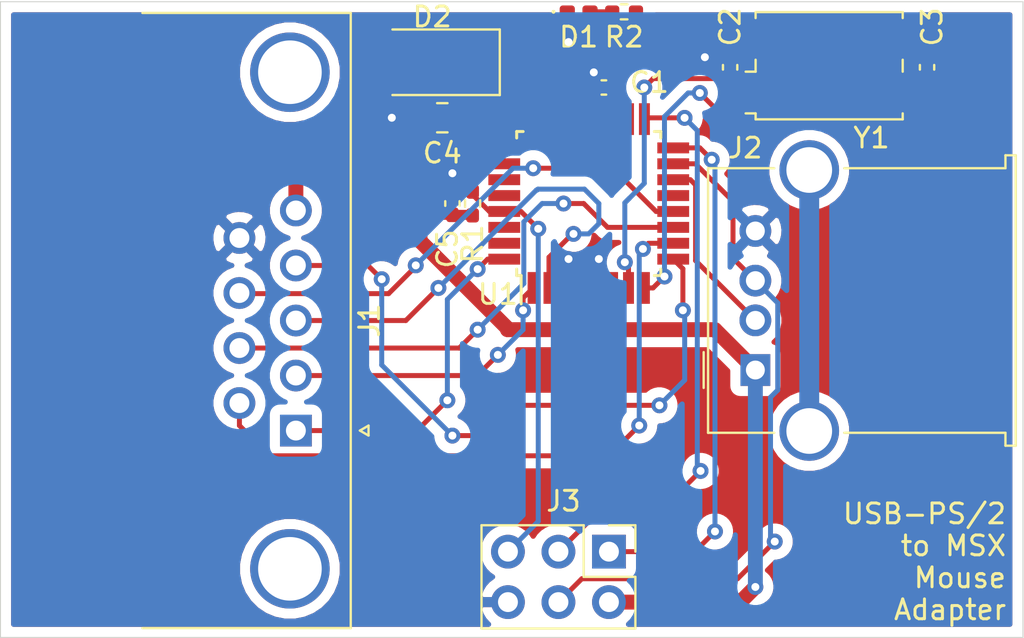
<source format=kicad_pcb>
(kicad_pcb (version 20171130) (host pcbnew "(5.1.10)-1")

  (general
    (thickness 1.6)
    (drawings 5)
    (tracks 212)
    (zones 0)
    (modules 14)
    (nets 32)
  )

  (page A4)
  (layers
    (0 F.Cu signal)
    (31 B.Cu signal)
    (32 B.Adhes user)
    (33 F.Adhes user)
    (34 B.Paste user)
    (35 F.Paste user)
    (36 B.SilkS user)
    (37 F.SilkS user)
    (38 B.Mask user)
    (39 F.Mask user)
    (40 Dwgs.User user)
    (41 Cmts.User user)
    (42 Eco1.User user)
    (43 Eco2.User user)
    (44 Edge.Cuts user)
    (45 Margin user)
    (46 B.CrtYd user)
    (47 F.CrtYd user)
    (48 B.Fab user)
    (49 F.Fab user hide)
  )

  (setup
    (last_trace_width 0.25)
    (user_trace_width 0.25)
    (user_trace_width 0.5)
    (user_trace_width 0.75)
    (user_trace_width 1)
    (trace_clearance 0.2)
    (zone_clearance 0.508)
    (zone_45_only no)
    (trace_min 0.2)
    (via_size 0.8)
    (via_drill 0.4)
    (via_min_size 0.4)
    (via_min_drill 0.3)
    (user_via 0.6 0.3)
    (uvia_size 0.3)
    (uvia_drill 0.1)
    (uvias_allowed no)
    (uvia_min_size 0.2)
    (uvia_min_drill 0.1)
    (edge_width 0.05)
    (segment_width 0.2)
    (pcb_text_width 0.3)
    (pcb_text_size 1.5 1.5)
    (mod_edge_width 0.12)
    (mod_text_size 1 1)
    (mod_text_width 0.15)
    (pad_size 1.524 1.524)
    (pad_drill 0.762)
    (pad_to_mask_clearance 0)
    (aux_axis_origin 0 0)
    (visible_elements 7FFFFFFF)
    (pcbplotparams
      (layerselection 0x010fc_ffffffff)
      (usegerberextensions false)
      (usegerberattributes true)
      (usegerberadvancedattributes true)
      (creategerberjobfile true)
      (excludeedgelayer true)
      (linewidth 0.100000)
      (plotframeref false)
      (viasonmask false)
      (mode 1)
      (useauxorigin false)
      (hpglpennumber 1)
      (hpglpenspeed 20)
      (hpglpendiameter 15.000000)
      (psnegative false)
      (psa4output false)
      (plotreference true)
      (plotvalue true)
      (plotinvisibletext false)
      (padsonsilk false)
      (subtractmaskfromsilk false)
      (outputformat 1)
      (mirror false)
      (drillshape 1)
      (scaleselection 1)
      (outputdirectory ""))
  )

  (net 0 "")
  (net 1 GND)
  (net 2 +5V)
  (net 3 "Net-(D1-Pad2)")
  (net 4 /D2)
  (net 5 /D3_PWM)
  (net 6 /D4)
  (net 7 /D5_PWM)
  (net 8 /ButtonLeft)
  (net 9 /ButtonRight)
  (net 10 /D8)
  (net 11 "Net-(J2-Pad5)")
  (net 12 /D10_PWM)
  (net 13 /D11_MOSI)
  (net 14 /D12_MISO)
  (net 15 /D13_SCK)
  (net 16 /RESET)
  (net 17 /D9_PWM)
  (net 18 /A6)
  (net 19 "Net-(U1-Pad20)")
  (net 20 /A7)
  (net 21 /A0)
  (net 22 /A1)
  (net 23 /A2)
  (net 24 /A3)
  (net 25 /A4)
  (net 26 /A5)
  (net 27 /D0_RX)
  (net 28 /D1_TX)
  (net 29 "Net-(C2-Pad1)")
  (net 30 "Net-(C3-Pad1)")
  (net 31 "Net-(D2-Pad2)")

  (net_class Default "This is the default net class."
    (clearance 0.2)
    (trace_width 0.25)
    (via_dia 0.8)
    (via_drill 0.4)
    (uvia_dia 0.3)
    (uvia_drill 0.1)
    (add_net +5V)
    (add_net /A0)
    (add_net /A1)
    (add_net /A2)
    (add_net /A3)
    (add_net /A4)
    (add_net /A5)
    (add_net /A6)
    (add_net /A7)
    (add_net /ButtonLeft)
    (add_net /ButtonRight)
    (add_net /D0_RX)
    (add_net /D10_PWM)
    (add_net /D11_MOSI)
    (add_net /D12_MISO)
    (add_net /D13_SCK)
    (add_net /D1_TX)
    (add_net /D2)
    (add_net /D3_PWM)
    (add_net /D4)
    (add_net /D5_PWM)
    (add_net /D8)
    (add_net /D9_PWM)
    (add_net /RESET)
    (add_net GND)
    (add_net "Net-(C2-Pad1)")
    (add_net "Net-(C3-Pad1)")
    (add_net "Net-(D1-Pad2)")
    (add_net "Net-(D2-Pad2)")
    (add_net "Net-(J2-Pad5)")
    (add_net "Net-(U1-Pad20)")
  )

  (module Package_QFP:TQFP-32_7x7mm_P0.8mm (layer F.Cu) (tedit 5A02F146) (tstamp 617F51A3)
    (at 135.89 44.45 90)
    (descr "32-Lead Plastic Thin Quad Flatpack (PT) - 7x7x1.0 mm Body, 2.00 mm [TQFP] (see Microchip Packaging Specification 00000049BS.pdf)")
    (tags "QFP 0.8")
    (path /6182DBAA)
    (attr smd)
    (fp_text reference U1 (at -4.572 -4.572 180) (layer F.SilkS)
      (effects (font (size 1 1) (thickness 0.15)))
    )
    (fp_text value ATmega168PA-AU (at 0 6.05 90) (layer F.Fab)
      (effects (font (size 1 1) (thickness 0.15)))
    )
    (fp_line (start -3.625 -3.4) (end -5.05 -3.4) (layer F.SilkS) (width 0.15))
    (fp_line (start 3.625 -3.625) (end 3.3 -3.625) (layer F.SilkS) (width 0.15))
    (fp_line (start 3.625 3.625) (end 3.3 3.625) (layer F.SilkS) (width 0.15))
    (fp_line (start -3.625 3.625) (end -3.3 3.625) (layer F.SilkS) (width 0.15))
    (fp_line (start -3.625 -3.625) (end -3.3 -3.625) (layer F.SilkS) (width 0.15))
    (fp_line (start -3.625 3.625) (end -3.625 3.3) (layer F.SilkS) (width 0.15))
    (fp_line (start 3.625 3.625) (end 3.625 3.3) (layer F.SilkS) (width 0.15))
    (fp_line (start 3.625 -3.625) (end 3.625 -3.3) (layer F.SilkS) (width 0.15))
    (fp_line (start -3.625 -3.625) (end -3.625 -3.4) (layer F.SilkS) (width 0.15))
    (fp_line (start -5.3 5.3) (end 5.3 5.3) (layer F.CrtYd) (width 0.05))
    (fp_line (start -5.3 -5.3) (end 5.3 -5.3) (layer F.CrtYd) (width 0.05))
    (fp_line (start 5.3 -5.3) (end 5.3 5.3) (layer F.CrtYd) (width 0.05))
    (fp_line (start -5.3 -5.3) (end -5.3 5.3) (layer F.CrtYd) (width 0.05))
    (fp_line (start -3.5 -2.5) (end -2.5 -3.5) (layer F.Fab) (width 0.15))
    (fp_line (start -3.5 3.5) (end -3.5 -2.5) (layer F.Fab) (width 0.15))
    (fp_line (start 3.5 3.5) (end -3.5 3.5) (layer F.Fab) (width 0.15))
    (fp_line (start 3.5 -3.5) (end 3.5 3.5) (layer F.Fab) (width 0.15))
    (fp_line (start -2.5 -3.5) (end 3.5 -3.5) (layer F.Fab) (width 0.15))
    (fp_text user %R (at 0 0 90) (layer F.Fab)
      (effects (font (size 1 1) (thickness 0.15)))
    )
    (pad 1 smd rect (at -4.25 -2.8 90) (size 1.6 0.55) (layers F.Cu F.Paste F.Mask)
      (net 5 /D3_PWM))
    (pad 2 smd rect (at -4.25 -2 90) (size 1.6 0.55) (layers F.Cu F.Paste F.Mask)
      (net 6 /D4))
    (pad 3 smd rect (at -4.25 -1.2 90) (size 1.6 0.55) (layers F.Cu F.Paste F.Mask)
      (net 1 GND))
    (pad 4 smd rect (at -4.25 -0.4 90) (size 1.6 0.55) (layers F.Cu F.Paste F.Mask)
      (net 2 +5V))
    (pad 5 smd rect (at -4.25 0.4 90) (size 1.6 0.55) (layers F.Cu F.Paste F.Mask)
      (net 1 GND))
    (pad 6 smd rect (at -4.25 1.2 90) (size 1.6 0.55) (layers F.Cu F.Paste F.Mask)
      (net 2 +5V))
    (pad 7 smd rect (at -4.25 2 90) (size 1.6 0.55) (layers F.Cu F.Paste F.Mask)
      (net 29 "Net-(C2-Pad1)"))
    (pad 8 smd rect (at -4.25 2.8 90) (size 1.6 0.55) (layers F.Cu F.Paste F.Mask)
      (net 30 "Net-(C3-Pad1)"))
    (pad 9 smd rect (at -2.8 4.25 180) (size 1.6 0.55) (layers F.Cu F.Paste F.Mask)
      (net 7 /D5_PWM))
    (pad 10 smd rect (at -2 4.25 180) (size 1.6 0.55) (layers F.Cu F.Paste F.Mask)
      (net 8 /ButtonLeft))
    (pad 11 smd rect (at -1.2 4.25 180) (size 1.6 0.55) (layers F.Cu F.Paste F.Mask)
      (net 9 /ButtonRight))
    (pad 12 smd rect (at -0.4 4.25 180) (size 1.6 0.55) (layers F.Cu F.Paste F.Mask)
      (net 10 /D8))
    (pad 13 smd rect (at 0.4 4.25 180) (size 1.6 0.55) (layers F.Cu F.Paste F.Mask)
      (net 17 /D9_PWM))
    (pad 14 smd rect (at 1.2 4.25 180) (size 1.6 0.55) (layers F.Cu F.Paste F.Mask)
      (net 12 /D10_PWM))
    (pad 15 smd rect (at 2 4.25 180) (size 1.6 0.55) (layers F.Cu F.Paste F.Mask)
      (net 13 /D11_MOSI))
    (pad 16 smd rect (at 2.8 4.25 180) (size 1.6 0.55) (layers F.Cu F.Paste F.Mask)
      (net 14 /D12_MISO))
    (pad 17 smd rect (at 4.25 2.8 90) (size 1.6 0.55) (layers F.Cu F.Paste F.Mask)
      (net 15 /D13_SCK))
    (pad 18 smd rect (at 4.25 2 90) (size 1.6 0.55) (layers F.Cu F.Paste F.Mask)
      (net 2 +5V))
    (pad 19 smd rect (at 4.25 1.2 90) (size 1.6 0.55) (layers F.Cu F.Paste F.Mask)
      (net 18 /A6))
    (pad 20 smd rect (at 4.25 0.4 90) (size 1.6 0.55) (layers F.Cu F.Paste F.Mask)
      (net 19 "Net-(U1-Pad20)"))
    (pad 21 smd rect (at 4.25 -0.4 90) (size 1.6 0.55) (layers F.Cu F.Paste F.Mask)
      (net 1 GND))
    (pad 22 smd rect (at 4.25 -1.2 90) (size 1.6 0.55) (layers F.Cu F.Paste F.Mask)
      (net 20 /A7))
    (pad 23 smd rect (at 4.25 -2 90) (size 1.6 0.55) (layers F.Cu F.Paste F.Mask)
      (net 21 /A0))
    (pad 24 smd rect (at 4.25 -2.8 90) (size 1.6 0.55) (layers F.Cu F.Paste F.Mask)
      (net 22 /A1))
    (pad 25 smd rect (at 2.8 -4.25 180) (size 1.6 0.55) (layers F.Cu F.Paste F.Mask)
      (net 23 /A2))
    (pad 26 smd rect (at 2 -4.25 180) (size 1.6 0.55) (layers F.Cu F.Paste F.Mask)
      (net 24 /A3))
    (pad 27 smd rect (at 1.2 -4.25 180) (size 1.6 0.55) (layers F.Cu F.Paste F.Mask)
      (net 25 /A4))
    (pad 28 smd rect (at 0.4 -4.25 180) (size 1.6 0.55) (layers F.Cu F.Paste F.Mask)
      (net 26 /A5))
    (pad 29 smd rect (at -0.4 -4.25 180) (size 1.6 0.55) (layers F.Cu F.Paste F.Mask)
      (net 16 /RESET))
    (pad 30 smd rect (at -1.2 -4.25 180) (size 1.6 0.55) (layers F.Cu F.Paste F.Mask)
      (net 27 /D0_RX))
    (pad 31 smd rect (at -2 -4.25 180) (size 1.6 0.55) (layers F.Cu F.Paste F.Mask)
      (net 28 /D1_TX))
    (pad 32 smd rect (at -2.8 -4.25 180) (size 1.6 0.55) (layers F.Cu F.Paste F.Mask)
      (net 4 /D2))
    (model ${KISYS3DMOD}/Package_QFP.3dshapes/TQFP-32_7x7mm_P0.8mm.wrl
      (at (xyz 0 0 0))
      (scale (xyz 1 1 1))
      (rotate (xyz 0 0 0))
    )
  )

  (module Capacitor_SMD:C_0402_1005Metric_Pad0.74x0.62mm_HandSolder (layer F.Cu) (tedit 5F6BB22C) (tstamp 617F4206)
    (at 136.652 38.608)
    (descr "Capacitor SMD 0402 (1005 Metric), square (rectangular) end terminal, IPC_7351 nominal with elongated pad for handsoldering. (Body size source: IPC-SM-782 page 76, https://www.pcb-3d.com/wordpress/wp-content/uploads/ipc-sm-782a_amendment_1_and_2.pdf), generated with kicad-footprint-generator")
    (tags "capacitor handsolder")
    (path /618AFDBA)
    (attr smd)
    (fp_text reference C1 (at 2.286 -0.254) (layer F.SilkS)
      (effects (font (size 1 1) (thickness 0.15)))
    )
    (fp_text value 100nF (at 0 1.16) (layer F.Fab)
      (effects (font (size 1 1) (thickness 0.15)))
    )
    (fp_line (start 1.08 0.46) (end -1.08 0.46) (layer F.CrtYd) (width 0.05))
    (fp_line (start 1.08 -0.46) (end 1.08 0.46) (layer F.CrtYd) (width 0.05))
    (fp_line (start -1.08 -0.46) (end 1.08 -0.46) (layer F.CrtYd) (width 0.05))
    (fp_line (start -1.08 0.46) (end -1.08 -0.46) (layer F.CrtYd) (width 0.05))
    (fp_line (start -0.115835 0.36) (end 0.115835 0.36) (layer F.SilkS) (width 0.12))
    (fp_line (start -0.115835 -0.36) (end 0.115835 -0.36) (layer F.SilkS) (width 0.12))
    (fp_line (start 0.5 0.25) (end -0.5 0.25) (layer F.Fab) (width 0.1))
    (fp_line (start 0.5 -0.25) (end 0.5 0.25) (layer F.Fab) (width 0.1))
    (fp_line (start -0.5 -0.25) (end 0.5 -0.25) (layer F.Fab) (width 0.1))
    (fp_line (start -0.5 0.25) (end -0.5 -0.25) (layer F.Fab) (width 0.1))
    (fp_text user %R (at 0 0) (layer F.Fab)
      (effects (font (size 0.25 0.25) (thickness 0.04)))
    )
    (pad 1 smd roundrect (at -0.5675 0) (size 0.735 0.62) (layers F.Cu F.Paste F.Mask) (roundrect_rratio 0.25)
      (net 1 GND))
    (pad 2 smd roundrect (at 0.5675 0) (size 0.735 0.62) (layers F.Cu F.Paste F.Mask) (roundrect_rratio 0.25)
      (net 2 +5V))
    (model ${KISYS3DMOD}/Capacitor_SMD.3dshapes/C_0402_1005Metric.wrl
      (at (xyz 0 0 0))
      (scale (xyz 1 1 1))
      (rotate (xyz 0 0 0))
    )
  )

  (module Capacitor_SMD:C_0402_1005Metric_Pad0.74x0.62mm_HandSolder (layer F.Cu) (tedit 5F6BB22C) (tstamp 617F4217)
    (at 143.002 37.592 90)
    (descr "Capacitor SMD 0402 (1005 Metric), square (rectangular) end terminal, IPC_7351 nominal with elongated pad for handsoldering. (Body size source: IPC-SM-782 page 76, https://www.pcb-3d.com/wordpress/wp-content/uploads/ipc-sm-782a_amendment_1_and_2.pdf), generated with kicad-footprint-generator")
    (tags "capacitor handsolder")
    (path /61861DED)
    (attr smd)
    (fp_text reference C2 (at 2.032 0 90) (layer F.SilkS)
      (effects (font (size 1 1) (thickness 0.15)))
    )
    (fp_text value 22pF (at 0 1.16 90) (layer F.Fab)
      (effects (font (size 1 1) (thickness 0.15)))
    )
    (fp_line (start -0.5 0.25) (end -0.5 -0.25) (layer F.Fab) (width 0.1))
    (fp_line (start -0.5 -0.25) (end 0.5 -0.25) (layer F.Fab) (width 0.1))
    (fp_line (start 0.5 -0.25) (end 0.5 0.25) (layer F.Fab) (width 0.1))
    (fp_line (start 0.5 0.25) (end -0.5 0.25) (layer F.Fab) (width 0.1))
    (fp_line (start -0.115835 -0.36) (end 0.115835 -0.36) (layer F.SilkS) (width 0.12))
    (fp_line (start -0.115835 0.36) (end 0.115835 0.36) (layer F.SilkS) (width 0.12))
    (fp_line (start -1.08 0.46) (end -1.08 -0.46) (layer F.CrtYd) (width 0.05))
    (fp_line (start -1.08 -0.46) (end 1.08 -0.46) (layer F.CrtYd) (width 0.05))
    (fp_line (start 1.08 -0.46) (end 1.08 0.46) (layer F.CrtYd) (width 0.05))
    (fp_line (start 1.08 0.46) (end -1.08 0.46) (layer F.CrtYd) (width 0.05))
    (fp_text user %R (at 0 0 90) (layer F.Fab)
      (effects (font (size 0.25 0.25) (thickness 0.04)))
    )
    (pad 2 smd roundrect (at 0.5675 0 90) (size 0.735 0.62) (layers F.Cu F.Paste F.Mask) (roundrect_rratio 0.25)
      (net 1 GND))
    (pad 1 smd roundrect (at -0.5675 0 90) (size 0.735 0.62) (layers F.Cu F.Paste F.Mask) (roundrect_rratio 0.25)
      (net 29 "Net-(C2-Pad1)"))
    (model ${KISYS3DMOD}/Capacitor_SMD.3dshapes/C_0402_1005Metric.wrl
      (at (xyz 0 0 0))
      (scale (xyz 1 1 1))
      (rotate (xyz 0 0 0))
    )
  )

  (module Capacitor_SMD:C_0402_1005Metric_Pad0.74x0.62mm_HandSolder (layer F.Cu) (tedit 5F6BB22C) (tstamp 617F4228)
    (at 152.908 37.592 90)
    (descr "Capacitor SMD 0402 (1005 Metric), square (rectangular) end terminal, IPC_7351 nominal with elongated pad for handsoldering. (Body size source: IPC-SM-782 page 76, https://www.pcb-3d.com/wordpress/wp-content/uploads/ipc-sm-782a_amendment_1_and_2.pdf), generated with kicad-footprint-generator")
    (tags "capacitor handsolder")
    (path /61860F8B)
    (attr smd)
    (fp_text reference C3 (at 2.032 0.254 90) (layer F.SilkS)
      (effects (font (size 1 1) (thickness 0.15)))
    )
    (fp_text value 22pF (at 0 1.16 90) (layer F.Fab)
      (effects (font (size 1 1) (thickness 0.15)))
    )
    (fp_line (start 1.08 0.46) (end -1.08 0.46) (layer F.CrtYd) (width 0.05))
    (fp_line (start 1.08 -0.46) (end 1.08 0.46) (layer F.CrtYd) (width 0.05))
    (fp_line (start -1.08 -0.46) (end 1.08 -0.46) (layer F.CrtYd) (width 0.05))
    (fp_line (start -1.08 0.46) (end -1.08 -0.46) (layer F.CrtYd) (width 0.05))
    (fp_line (start -0.115835 0.36) (end 0.115835 0.36) (layer F.SilkS) (width 0.12))
    (fp_line (start -0.115835 -0.36) (end 0.115835 -0.36) (layer F.SilkS) (width 0.12))
    (fp_line (start 0.5 0.25) (end -0.5 0.25) (layer F.Fab) (width 0.1))
    (fp_line (start 0.5 -0.25) (end 0.5 0.25) (layer F.Fab) (width 0.1))
    (fp_line (start -0.5 -0.25) (end 0.5 -0.25) (layer F.Fab) (width 0.1))
    (fp_line (start -0.5 0.25) (end -0.5 -0.25) (layer F.Fab) (width 0.1))
    (fp_text user %R (at 0 0 90) (layer F.Fab)
      (effects (font (size 0.25 0.25) (thickness 0.04)))
    )
    (pad 1 smd roundrect (at -0.5675 0 90) (size 0.735 0.62) (layers F.Cu F.Paste F.Mask) (roundrect_rratio 0.25)
      (net 30 "Net-(C3-Pad1)"))
    (pad 2 smd roundrect (at 0.5675 0 90) (size 0.735 0.62) (layers F.Cu F.Paste F.Mask) (roundrect_rratio 0.25)
      (net 1 GND))
    (model ${KISYS3DMOD}/Capacitor_SMD.3dshapes/C_0402_1005Metric.wrl
      (at (xyz 0 0 0))
      (scale (xyz 1 1 1))
      (rotate (xyz 0 0 0))
    )
  )

  (module Capacitor_SMD:C_0402_1005Metric_Pad0.74x0.62mm_HandSolder (layer F.Cu) (tedit 5F6BB22C) (tstamp 617F4261)
    (at 129.032 44.45 90)
    (descr "Capacitor SMD 0402 (1005 Metric), square (rectangular) end terminal, IPC_7351 nominal with elongated pad for handsoldering. (Body size source: IPC-SM-782 page 76, https://www.pcb-3d.com/wordpress/wp-content/uploads/ipc-sm-782a_amendment_1_and_2.pdf), generated with kicad-footprint-generator")
    (tags "capacitor handsolder")
    (path /618B3B6D)
    (attr smd)
    (fp_text reference C5 (at -2.286 -0.254 90) (layer F.SilkS)
      (effects (font (size 1 1) (thickness 0.15)))
    )
    (fp_text value 100nF (at 0 1.16 90) (layer F.Fab)
      (effects (font (size 1 1) (thickness 0.15)))
    )
    (fp_line (start -0.5 0.25) (end -0.5 -0.25) (layer F.Fab) (width 0.1))
    (fp_line (start -0.5 -0.25) (end 0.5 -0.25) (layer F.Fab) (width 0.1))
    (fp_line (start 0.5 -0.25) (end 0.5 0.25) (layer F.Fab) (width 0.1))
    (fp_line (start 0.5 0.25) (end -0.5 0.25) (layer F.Fab) (width 0.1))
    (fp_line (start -0.115835 -0.36) (end 0.115835 -0.36) (layer F.SilkS) (width 0.12))
    (fp_line (start -0.115835 0.36) (end 0.115835 0.36) (layer F.SilkS) (width 0.12))
    (fp_line (start -1.08 0.46) (end -1.08 -0.46) (layer F.CrtYd) (width 0.05))
    (fp_line (start -1.08 -0.46) (end 1.08 -0.46) (layer F.CrtYd) (width 0.05))
    (fp_line (start 1.08 -0.46) (end 1.08 0.46) (layer F.CrtYd) (width 0.05))
    (fp_line (start 1.08 0.46) (end -1.08 0.46) (layer F.CrtYd) (width 0.05))
    (fp_text user %R (at 0 0 90) (layer F.Fab)
      (effects (font (size 0.25 0.25) (thickness 0.04)))
    )
    (pad 2 smd roundrect (at 0.5675 0 90) (size 0.735 0.62) (layers F.Cu F.Paste F.Mask) (roundrect_rratio 0.25)
      (net 1 GND))
    (pad 1 smd roundrect (at -0.5675 0 90) (size 0.735 0.62) (layers F.Cu F.Paste F.Mask) (roundrect_rratio 0.25)
      (net 2 +5V))
    (model ${KISYS3DMOD}/Capacitor_SMD.3dshapes/C_0402_1005Metric.wrl
      (at (xyz 0 0 0))
      (scale (xyz 1 1 1))
      (rotate (xyz 0 0 0))
    )
  )

  (module LED_SMD:LED_0402_1005Metric_Pad0.77x0.64mm_HandSolder (layer F.Cu) (tedit 5F6BBF83) (tstamp 617F4273)
    (at 135.382 34.798)
    (descr "LED SMD 0402 (1005 Metric), square (rectangular) end terminal, IPC_7351 nominal, (Body size source: http://www.tortai-tech.com/upload/download/2011102023233369053.pdf), generated with kicad-footprint-generator")
    (tags "LED handsolder")
    (path /618A7D06)
    (attr smd)
    (fp_text reference D1 (at 0 1.27) (layer F.SilkS)
      (effects (font (size 1 1) (thickness 0.15)))
    )
    (fp_text value "Power LED (Green)" (at 0 1.17) (layer F.Fab)
      (effects (font (size 1 1) (thickness 0.15)))
    )
    (fp_line (start 1.1 0.47) (end -1.1 0.47) (layer F.CrtYd) (width 0.05))
    (fp_line (start 1.1 -0.47) (end 1.1 0.47) (layer F.CrtYd) (width 0.05))
    (fp_line (start -1.1 -0.47) (end 1.1 -0.47) (layer F.CrtYd) (width 0.05))
    (fp_line (start -1.1 0.47) (end -1.1 -0.47) (layer F.CrtYd) (width 0.05))
    (fp_line (start -0.3 0.25) (end -0.3 -0.25) (layer F.Fab) (width 0.1))
    (fp_line (start -0.4 0.25) (end -0.4 -0.25) (layer F.Fab) (width 0.1))
    (fp_line (start 0.5 0.25) (end -0.5 0.25) (layer F.Fab) (width 0.1))
    (fp_line (start 0.5 -0.25) (end 0.5 0.25) (layer F.Fab) (width 0.1))
    (fp_line (start -0.5 -0.25) (end 0.5 -0.25) (layer F.Fab) (width 0.1))
    (fp_line (start -0.5 0.25) (end -0.5 -0.25) (layer F.Fab) (width 0.1))
    (fp_circle (center -1.265 0) (end -1.215 0) (layer F.SilkS) (width 0.1))
    (fp_text user %R (at 0 0) (layer F.Fab)
      (effects (font (size 0.25 0.25) (thickness 0.04)))
    )
    (pad 1 smd roundrect (at -0.5725 0) (size 0.765 0.64) (layers F.Cu F.Paste F.Mask) (roundrect_rratio 0.25)
      (net 1 GND))
    (pad 2 smd roundrect (at 0.5725 0) (size 0.765 0.64) (layers F.Cu F.Paste F.Mask) (roundrect_rratio 0.25)
      (net 3 "Net-(D1-Pad2)"))
    (model ${KISYS3DMOD}/LED_SMD.3dshapes/LED_0402_1005Metric.wrl
      (at (xyz 0 0 0))
      (scale (xyz 1 1 1))
      (rotate (xyz 0 0 0))
    )
  )

  (module Connector_USB:USB_A_Molex_67643_Horizontal (layer F.Cu) (tedit 5EA03975) (tstamp 617F42D4)
    (at 144.272 52.832 90)
    (descr "USB type A, Horizontal, https://www.molex.com/pdm_docs/sd/676433910_sd.pdf")
    (tags "USB_A Female Connector receptacle")
    (path /6183903D)
    (fp_text reference J2 (at 11.176 -0.508 180) (layer F.SilkS)
      (effects (font (size 1 1) (thickness 0.15)))
    )
    (fp_text value "PS/2 USB Connector" (at 3.5 14.5 90) (layer F.Fab)
      (effects (font (size 1 1) (thickness 0.15)))
    )
    (fp_line (start 0 -1.27) (end 1 -2.27) (layer F.Fab) (width 0.1))
    (fp_line (start -1 -2.27) (end 0 -1.27) (layer F.Fab) (width 0.1))
    (fp_line (start -0.9 -2.6) (end 0.9 -2.6) (layer F.SilkS) (width 0.12))
    (fp_line (start -3.05 12.69) (end -3.7 12.69) (layer F.Fab) (width 0.1))
    (fp_line (start 10.81 12.58) (end 10.16 12.58) (layer F.SilkS) (width 0.12))
    (fp_line (start -3.81 12.58) (end -3.81 13.1) (layer F.SilkS) (width 0.12))
    (fp_line (start 10.16 4.47) (end 10.16 12.58) (layer F.SilkS) (width 0.12))
    (fp_line (start -3.81 13.1) (end 10.81 13.1) (layer F.SilkS) (width 0.12))
    (fp_line (start 10.81 13.1) (end 10.81 12.58) (layer F.SilkS) (width 0.12))
    (fp_line (start -3.05 12.69) (end -3.05 -2.27) (layer F.Fab) (width 0.1))
    (fp_line (start 10.16 -2.38) (end 10.16 0.95) (layer F.SilkS) (width 0.12))
    (fp_line (start -3.16 -2.38) (end -3.16 0.95) (layer F.SilkS) (width 0.12))
    (fp_line (start -3.16 -2.38) (end 10.16 -2.38) (layer F.SilkS) (width 0.12))
    (fp_line (start -3.55 12.19) (end -3.55 4.66) (layer F.CrtYd) (width 0.05))
    (fp_line (start -4.2 12.19) (end -3.55 12.19) (layer F.CrtYd) (width 0.05))
    (fp_line (start -4.2 13.49) (end -4.2 12.19) (layer F.CrtYd) (width 0.05))
    (fp_line (start 10.55 12.19) (end 10.55 4.66) (layer F.CrtYd) (width 0.05))
    (fp_line (start 11.2 12.19) (end 10.55 12.19) (layer F.CrtYd) (width 0.05))
    (fp_line (start 11.2 13.49) (end 11.2 12.19) (layer F.CrtYd) (width 0.05))
    (fp_line (start -4.2 13.49) (end 11.2 13.49) (layer F.CrtYd) (width 0.05))
    (fp_line (start -3.55 -2.77) (end -3.55 0.76) (layer F.CrtYd) (width 0.05))
    (fp_line (start 10.55 -2.77) (end 10.55 0.76) (layer F.CrtYd) (width 0.05))
    (fp_line (start -3.55 -2.77) (end 10.55 -2.77) (layer F.CrtYd) (width 0.05))
    (fp_line (start -3.05 9.27) (end 10.05 9.27) (layer F.Fab) (width 0.1))
    (fp_line (start 10.7 12.69) (end 10.05 12.69) (layer F.Fab) (width 0.1))
    (fp_line (start 10.7 12.99) (end 10.7 12.69) (layer F.Fab) (width 0.1))
    (fp_line (start -3.7 12.99) (end 10.7 12.99) (layer F.Fab) (width 0.1))
    (fp_line (start -3.7 12.69) (end -3.7 12.99) (layer F.Fab) (width 0.1))
    (fp_line (start -3.16 12.58) (end -3.81 12.58) (layer F.SilkS) (width 0.12))
    (fp_line (start -3.16 12.58) (end -3.16 4.47) (layer F.SilkS) (width 0.12))
    (fp_line (start 10.05 -2.27) (end 10.05 12.69) (layer F.Fab) (width 0.1))
    (fp_line (start -3.05 -2.27) (end 10.05 -2.27) (layer F.Fab) (width 0.1))
    (fp_text user %R (at 3.5 3.7 90) (layer F.Fab)
      (effects (font (size 1 1) (thickness 0.15)))
    )
    (fp_arc (start -3.07 2.71) (end -3.55 0.76) (angle -152.3426981) (layer F.CrtYd) (width 0.05))
    (fp_arc (start 10.07 2.71) (end 10.55 4.66) (angle -152.3426981) (layer F.CrtYd) (width 0.05))
    (pad 5 thru_hole circle (at -3.07 2.71 90) (size 3 3) (drill 2.3) (layers *.Cu *.Mask)
      (net 11 "Net-(J2-Pad5)"))
    (pad 5 thru_hole circle (at 10.07 2.71 90) (size 3 3) (drill 2.3) (layers *.Cu *.Mask)
      (net 11 "Net-(J2-Pad5)"))
    (pad 1 thru_hole rect (at 0 0 90) (size 1.6 1.5) (drill 0.95) (layers *.Cu *.Mask)
      (net 2 +5V))
    (pad 2 thru_hole circle (at 2.5 0 90) (size 1.6 1.6) (drill 0.95) (layers *.Cu *.Mask)
      (net 12 /D10_PWM))
    (pad 3 thru_hole circle (at 4.5 0 90) (size 1.6 1.6) (drill 0.95) (layers *.Cu *.Mask)
      (net 13 /D11_MOSI))
    (pad 4 thru_hole circle (at 7 0 90) (size 1.6 1.6) (drill 0.95) (layers *.Cu *.Mask)
      (net 1 GND))
    (model ${KISYS3DMOD}/Connector_USB.3dshapes/USB_A_Molex_67643_Horizontal.wrl
      (at (xyz 0 0 0))
      (scale (xyz 1 1 1))
      (rotate (xyz 0 0 0))
    )
  )

  (module Connector_PinHeader_2.54mm:PinHeader_2x03_P2.54mm_Vertical (layer F.Cu) (tedit 59FED5CC) (tstamp 617F42F0)
    (at 136.906 61.976 270)
    (descr "Through hole straight pin header, 2x03, 2.54mm pitch, double rows")
    (tags "Through hole pin header THT 2x03 2.54mm double row")
    (path /6183E175)
    (fp_text reference J3 (at -2.54 2.286 180) (layer F.SilkS)
      (effects (font (size 1 1) (thickness 0.15)))
    )
    (fp_text value PROG (at 1.27 7.41 90) (layer F.Fab)
      (effects (font (size 1 1) (thickness 0.15)))
    )
    (fp_line (start 4.35 -1.8) (end -1.8 -1.8) (layer F.CrtYd) (width 0.05))
    (fp_line (start 4.35 6.85) (end 4.35 -1.8) (layer F.CrtYd) (width 0.05))
    (fp_line (start -1.8 6.85) (end 4.35 6.85) (layer F.CrtYd) (width 0.05))
    (fp_line (start -1.8 -1.8) (end -1.8 6.85) (layer F.CrtYd) (width 0.05))
    (fp_line (start -1.33 -1.33) (end 0 -1.33) (layer F.SilkS) (width 0.12))
    (fp_line (start -1.33 0) (end -1.33 -1.33) (layer F.SilkS) (width 0.12))
    (fp_line (start 1.27 -1.33) (end 3.87 -1.33) (layer F.SilkS) (width 0.12))
    (fp_line (start 1.27 1.27) (end 1.27 -1.33) (layer F.SilkS) (width 0.12))
    (fp_line (start -1.33 1.27) (end 1.27 1.27) (layer F.SilkS) (width 0.12))
    (fp_line (start 3.87 -1.33) (end 3.87 6.41) (layer F.SilkS) (width 0.12))
    (fp_line (start -1.33 1.27) (end -1.33 6.41) (layer F.SilkS) (width 0.12))
    (fp_line (start -1.33 6.41) (end 3.87 6.41) (layer F.SilkS) (width 0.12))
    (fp_line (start -1.27 0) (end 0 -1.27) (layer F.Fab) (width 0.1))
    (fp_line (start -1.27 6.35) (end -1.27 0) (layer F.Fab) (width 0.1))
    (fp_line (start 3.81 6.35) (end -1.27 6.35) (layer F.Fab) (width 0.1))
    (fp_line (start 3.81 -1.27) (end 3.81 6.35) (layer F.Fab) (width 0.1))
    (fp_line (start 0 -1.27) (end 3.81 -1.27) (layer F.Fab) (width 0.1))
    (fp_text user %R (at 1.27 2.54) (layer F.Fab)
      (effects (font (size 1 1) (thickness 0.15)))
    )
    (pad 1 thru_hole rect (at 0 0 270) (size 1.7 1.7) (drill 1) (layers *.Cu *.Mask)
      (net 14 /D12_MISO))
    (pad 2 thru_hole oval (at 2.54 0 270) (size 1.7 1.7) (drill 1) (layers *.Cu *.Mask)
      (net 2 +5V))
    (pad 3 thru_hole oval (at 0 2.54 270) (size 1.7 1.7) (drill 1) (layers *.Cu *.Mask)
      (net 15 /D13_SCK))
    (pad 4 thru_hole oval (at 2.54 2.54 270) (size 1.7 1.7) (drill 1) (layers *.Cu *.Mask)
      (net 13 /D11_MOSI))
    (pad 5 thru_hole oval (at 0 5.08 270) (size 1.7 1.7) (drill 1) (layers *.Cu *.Mask)
      (net 16 /RESET))
    (pad 6 thru_hole oval (at 2.54 5.08 270) (size 1.7 1.7) (drill 1) (layers *.Cu *.Mask)
      (net 1 GND))
    (model ${KISYS3DMOD}/Connector_PinHeader_2.54mm.3dshapes/PinHeader_2x03_P2.54mm_Vertical.wrl
      (at (xyz 0 0 0))
      (scale (xyz 1 1 1))
      (rotate (xyz 0 0 0))
    )
  )

  (module Resistor_SMD:R_0402_1005Metric_Pad0.72x0.64mm_HandSolder (layer F.Cu) (tedit 5F6BB9E0) (tstamp 617F4301)
    (at 130.048 44.45 90)
    (descr "Resistor SMD 0402 (1005 Metric), square (rectangular) end terminal, IPC_7351 nominal with elongated pad for handsoldering. (Body size source: IPC-SM-782 page 72, https://www.pcb-3d.com/wordpress/wp-content/uploads/ipc-sm-782a_amendment_1_and_2.pdf), generated with kicad-footprint-generator")
    (tags "resistor handsolder")
    (path /618A2827)
    (attr smd)
    (fp_text reference R1 (at -2.032 0 90) (layer F.SilkS)
      (effects (font (size 1 1) (thickness 0.15)))
    )
    (fp_text value 10k (at 0 1.17 90) (layer F.Fab)
      (effects (font (size 1 1) (thickness 0.15)))
    )
    (fp_line (start 1.1 0.47) (end -1.1 0.47) (layer F.CrtYd) (width 0.05))
    (fp_line (start 1.1 -0.47) (end 1.1 0.47) (layer F.CrtYd) (width 0.05))
    (fp_line (start -1.1 -0.47) (end 1.1 -0.47) (layer F.CrtYd) (width 0.05))
    (fp_line (start -1.1 0.47) (end -1.1 -0.47) (layer F.CrtYd) (width 0.05))
    (fp_line (start -0.167621 0.38) (end 0.167621 0.38) (layer F.SilkS) (width 0.12))
    (fp_line (start -0.167621 -0.38) (end 0.167621 -0.38) (layer F.SilkS) (width 0.12))
    (fp_line (start 0.525 0.27) (end -0.525 0.27) (layer F.Fab) (width 0.1))
    (fp_line (start 0.525 -0.27) (end 0.525 0.27) (layer F.Fab) (width 0.1))
    (fp_line (start -0.525 -0.27) (end 0.525 -0.27) (layer F.Fab) (width 0.1))
    (fp_line (start -0.525 0.27) (end -0.525 -0.27) (layer F.Fab) (width 0.1))
    (fp_text user %R (at 0 0 90) (layer F.Fab)
      (effects (font (size 0.26 0.26) (thickness 0.04)))
    )
    (pad 1 smd roundrect (at -0.5975 0 90) (size 0.715 0.64) (layers F.Cu F.Paste F.Mask) (roundrect_rratio 0.25)
      (net 2 +5V))
    (pad 2 smd roundrect (at 0.5975 0 90) (size 0.715 0.64) (layers F.Cu F.Paste F.Mask) (roundrect_rratio 0.25)
      (net 16 /RESET))
    (model ${KISYS3DMOD}/Resistor_SMD.3dshapes/R_0402_1005Metric.wrl
      (at (xyz 0 0 0))
      (scale (xyz 1 1 1))
      (rotate (xyz 0 0 0))
    )
  )

  (module Resistor_SMD:R_0402_1005Metric_Pad0.72x0.64mm_HandSolder (layer F.Cu) (tedit 5F6BB9E0) (tstamp 617F4312)
    (at 137.668 34.798)
    (descr "Resistor SMD 0402 (1005 Metric), square (rectangular) end terminal, IPC_7351 nominal with elongated pad for handsoldering. (Body size source: IPC-SM-782 page 72, https://www.pcb-3d.com/wordpress/wp-content/uploads/ipc-sm-782a_amendment_1_and_2.pdf), generated with kicad-footprint-generator")
    (tags "resistor handsolder")
    (path /618A6671)
    (attr smd)
    (fp_text reference R2 (at 0 1.27) (layer F.SilkS)
      (effects (font (size 1 1) (thickness 0.15)))
    )
    (fp_text value 2k (at 0 1.17) (layer F.Fab)
      (effects (font (size 1 1) (thickness 0.15)))
    )
    (fp_line (start -0.525 0.27) (end -0.525 -0.27) (layer F.Fab) (width 0.1))
    (fp_line (start -0.525 -0.27) (end 0.525 -0.27) (layer F.Fab) (width 0.1))
    (fp_line (start 0.525 -0.27) (end 0.525 0.27) (layer F.Fab) (width 0.1))
    (fp_line (start 0.525 0.27) (end -0.525 0.27) (layer F.Fab) (width 0.1))
    (fp_line (start -0.167621 -0.38) (end 0.167621 -0.38) (layer F.SilkS) (width 0.12))
    (fp_line (start -0.167621 0.38) (end 0.167621 0.38) (layer F.SilkS) (width 0.12))
    (fp_line (start -1.1 0.47) (end -1.1 -0.47) (layer F.CrtYd) (width 0.05))
    (fp_line (start -1.1 -0.47) (end 1.1 -0.47) (layer F.CrtYd) (width 0.05))
    (fp_line (start 1.1 -0.47) (end 1.1 0.47) (layer F.CrtYd) (width 0.05))
    (fp_line (start 1.1 0.47) (end -1.1 0.47) (layer F.CrtYd) (width 0.05))
    (fp_text user %R (at 0 0) (layer F.Fab)
      (effects (font (size 0.26 0.26) (thickness 0.04)))
    )
    (pad 2 smd roundrect (at 0.5975 0) (size 0.715 0.64) (layers F.Cu F.Paste F.Mask) (roundrect_rratio 0.25)
      (net 2 +5V))
    (pad 1 smd roundrect (at -0.5975 0) (size 0.715 0.64) (layers F.Cu F.Paste F.Mask) (roundrect_rratio 0.25)
      (net 3 "Net-(D1-Pad2)"))
    (model ${KISYS3DMOD}/Resistor_SMD.3dshapes/R_0402_1005Metric.wrl
      (at (xyz 0 0 0))
      (scale (xyz 1 1 1))
      (rotate (xyz 0 0 0))
    )
  )

  (module Capacitor_SMD:C_0805_2012Metric_Pad1.18x1.45mm_HandSolder (layer F.Cu) (tedit 5F68FEEF) (tstamp 617F794D)
    (at 128.524 40.132 180)
    (descr "Capacitor SMD 0805 (2012 Metric), square (rectangular) end terminal, IPC_7351 nominal with elongated pad for handsoldering. (Body size source: IPC-SM-782 page 76, https://www.pcb-3d.com/wordpress/wp-content/uploads/ipc-sm-782a_amendment_1_and_2.pdf, https://docs.google.com/spreadsheets/d/1BsfQQcO9C6DZCsRaXUlFlo91Tg2WpOkGARC1WS5S8t0/edit?usp=sharing), generated with kicad-footprint-generator")
    (tags "capacitor handsolder")
    (path /61920A57)
    (attr smd)
    (fp_text reference C4 (at 0 -1.778) (layer F.SilkS)
      (effects (font (size 1 1) (thickness 0.15)))
    )
    (fp_text value 10uF (at 0 1.68) (layer F.Fab)
      (effects (font (size 1 1) (thickness 0.15)))
    )
    (fp_line (start -1 0.625) (end -1 -0.625) (layer F.Fab) (width 0.1))
    (fp_line (start -1 -0.625) (end 1 -0.625) (layer F.Fab) (width 0.1))
    (fp_line (start 1 -0.625) (end 1 0.625) (layer F.Fab) (width 0.1))
    (fp_line (start 1 0.625) (end -1 0.625) (layer F.Fab) (width 0.1))
    (fp_line (start -0.261252 -0.735) (end 0.261252 -0.735) (layer F.SilkS) (width 0.12))
    (fp_line (start -0.261252 0.735) (end 0.261252 0.735) (layer F.SilkS) (width 0.12))
    (fp_line (start -1.88 0.98) (end -1.88 -0.98) (layer F.CrtYd) (width 0.05))
    (fp_line (start -1.88 -0.98) (end 1.88 -0.98) (layer F.CrtYd) (width 0.05))
    (fp_line (start 1.88 -0.98) (end 1.88 0.98) (layer F.CrtYd) (width 0.05))
    (fp_line (start 1.88 0.98) (end -1.88 0.98) (layer F.CrtYd) (width 0.05))
    (fp_text user %R (at 0 0) (layer F.Fab)
      (effects (font (size 0.5 0.5) (thickness 0.08)))
    )
    (pad 1 smd roundrect (at -1.0375 0 180) (size 1.175 1.45) (layers F.Cu F.Paste F.Mask) (roundrect_rratio 0.212766)
      (net 2 +5V))
    (pad 2 smd roundrect (at 1.0375 0 180) (size 1.175 1.45) (layers F.Cu F.Paste F.Mask) (roundrect_rratio 0.212766)
      (net 1 GND))
    (model ${KISYS3DMOD}/Capacitor_SMD.3dshapes/C_0805_2012Metric.wrl
      (at (xyz 0 0 0))
      (scale (xyz 1 1 1))
      (rotate (xyz 0 0 0))
    )
  )

  (module Connector_Dsub:DSUB-9_Female_Horizontal_P2.77x2.84mm_EdgePinOffset4.94mm_Housed_MountingHolesOffset7.48mm (layer F.Cu) (tedit 59FEDEE2) (tstamp 617F85B7)
    (at 121.158 55.88 270)
    (descr "9-pin D-Sub connector, horizontal/angled (90 deg), THT-mount, female, pitch 2.77x2.84mm, pin-PCB-offset 4.9399999999999995mm, distance of mounting holes 25mm, distance of mounting holes to PCB edge 7.4799999999999995mm, see https://disti-assets.s3.amazonaws.com/tonar/files/datasheets/16730.pdf")
    (tags "9-pin D-Sub connector horizontal angled 90deg THT female pitch 2.77x2.84mm pin-PCB-offset 4.9399999999999995mm mounting-holes-distance 25mm mounting-hole-offset 25mm")
    (path /619270E8)
    (fp_text reference J1 (at -5.54 -3.7 90) (layer F.SilkS)
      (effects (font (size 1 1) (thickness 0.15)))
    )
    (fp_text value "MSX DSUB9 Female" (at -5.54 15.85 90) (layer F.Fab)
      (effects (font (size 1 1) (thickness 0.15)))
    )
    (fp_line (start -20.965 -2.7) (end -20.965 7.78) (layer F.Fab) (width 0.1))
    (fp_line (start -20.965 7.78) (end 9.885 7.78) (layer F.Fab) (width 0.1))
    (fp_line (start 9.885 7.78) (end 9.885 -2.7) (layer F.Fab) (width 0.1))
    (fp_line (start 9.885 -2.7) (end -20.965 -2.7) (layer F.Fab) (width 0.1))
    (fp_line (start -20.965 7.78) (end -20.965 8.18) (layer F.Fab) (width 0.1))
    (fp_line (start -20.965 8.18) (end 9.885 8.18) (layer F.Fab) (width 0.1))
    (fp_line (start 9.885 8.18) (end 9.885 7.78) (layer F.Fab) (width 0.1))
    (fp_line (start 9.885 7.78) (end -20.965 7.78) (layer F.Fab) (width 0.1))
    (fp_line (start -13.69 8.18) (end -13.69 14.35) (layer F.Fab) (width 0.1))
    (fp_line (start -13.69 14.35) (end 2.61 14.35) (layer F.Fab) (width 0.1))
    (fp_line (start 2.61 14.35) (end 2.61 8.18) (layer F.Fab) (width 0.1))
    (fp_line (start 2.61 8.18) (end -13.69 8.18) (layer F.Fab) (width 0.1))
    (fp_line (start -20.54 8.18) (end -20.54 13.18) (layer F.Fab) (width 0.1))
    (fp_line (start -20.54 13.18) (end -15.54 13.18) (layer F.Fab) (width 0.1))
    (fp_line (start -15.54 13.18) (end -15.54 8.18) (layer F.Fab) (width 0.1))
    (fp_line (start -15.54 8.18) (end -20.54 8.18) (layer F.Fab) (width 0.1))
    (fp_line (start 4.46 8.18) (end 4.46 13.18) (layer F.Fab) (width 0.1))
    (fp_line (start 4.46 13.18) (end 9.46 13.18) (layer F.Fab) (width 0.1))
    (fp_line (start 9.46 13.18) (end 9.46 8.18) (layer F.Fab) (width 0.1))
    (fp_line (start 9.46 8.18) (end 4.46 8.18) (layer F.Fab) (width 0.1))
    (fp_line (start -19.64 7.78) (end -19.64 0.3) (layer F.Fab) (width 0.1))
    (fp_line (start -16.44 7.78) (end -16.44 0.3) (layer F.Fab) (width 0.1))
    (fp_line (start 5.36 7.78) (end 5.36 0.3) (layer F.Fab) (width 0.1))
    (fp_line (start 8.56 7.78) (end 8.56 0.3) (layer F.Fab) (width 0.1))
    (fp_line (start -21.025 7.72) (end -21.025 -2.76) (layer F.SilkS) (width 0.12))
    (fp_line (start -21.025 -2.76) (end 9.945 -2.76) (layer F.SilkS) (width 0.12))
    (fp_line (start 9.945 -2.76) (end 9.945 7.72) (layer F.SilkS) (width 0.12))
    (fp_line (start -0.25 -3.654338) (end 0.25 -3.654338) (layer F.SilkS) (width 0.12))
    (fp_line (start 0.25 -3.654338) (end 0 -3.221325) (layer F.SilkS) (width 0.12))
    (fp_line (start 0 -3.221325) (end -0.25 -3.654338) (layer F.SilkS) (width 0.12))
    (fp_line (start -21.5 -3.25) (end -21.5 14.85) (layer F.CrtYd) (width 0.05))
    (fp_line (start -21.5 14.85) (end 10.4 14.85) (layer F.CrtYd) (width 0.05))
    (fp_line (start 10.4 14.85) (end 10.4 -3.25) (layer F.CrtYd) (width 0.05))
    (fp_line (start 10.4 -3.25) (end -21.5 -3.25) (layer F.CrtYd) (width 0.05))
    (fp_arc (start -18.04 0.3) (end -19.64 0.3) (angle 180) (layer F.Fab) (width 0.1))
    (fp_arc (start 6.96 0.3) (end 5.36 0.3) (angle 180) (layer F.Fab) (width 0.1))
    (fp_text user %R (at -5.54 11.265 90) (layer F.Fab)
      (effects (font (size 1 1) (thickness 0.15)))
    )
    (pad 1 thru_hole rect (at 0 0 270) (size 1.6 1.6) (drill 1) (layers *.Cu *.Mask)
      (net 4 /D2))
    (pad 2 thru_hole circle (at -2.77 0 270) (size 1.6 1.6) (drill 1) (layers *.Cu *.Mask)
      (net 5 /D3_PWM))
    (pad 3 thru_hole circle (at -5.54 0 270) (size 1.6 1.6) (drill 1) (layers *.Cu *.Mask)
      (net 6 /D4))
    (pad 4 thru_hole circle (at -8.31 0 270) (size 1.6 1.6) (drill 1) (layers *.Cu *.Mask)
      (net 7 /D5_PWM))
    (pad 5 thru_hole circle (at -11.08 0 270) (size 1.6 1.6) (drill 1) (layers *.Cu *.Mask)
      (net 31 "Net-(D2-Pad2)"))
    (pad 6 thru_hole circle (at -1.385 2.84 270) (size 1.6 1.6) (drill 1) (layers *.Cu *.Mask)
      (net 8 /ButtonLeft))
    (pad 7 thru_hole circle (at -4.155 2.84 270) (size 1.6 1.6) (drill 1) (layers *.Cu *.Mask)
      (net 9 /ButtonRight))
    (pad 8 thru_hole circle (at -6.925 2.84 270) (size 1.6 1.6) (drill 1) (layers *.Cu *.Mask)
      (net 10 /D8))
    (pad 9 thru_hole circle (at -9.695 2.84 270) (size 1.6 1.6) (drill 1) (layers *.Cu *.Mask)
      (net 1 GND))
    (pad 0 thru_hole circle (at -18.04 0.3 270) (size 4 4) (drill 3.2) (layers *.Cu *.Mask))
    (pad 0 thru_hole circle (at 6.96 0.3 270) (size 4 4) (drill 3.2) (layers *.Cu *.Mask))
    (model ${KISYS3DMOD}/Connector_Dsub.3dshapes/DSUB-9_Female_Horizontal_P2.77x2.84mm_EdgePinOffset4.94mm_Housed_MountingHolesOffset7.48mm.wrl
      (at (xyz 0 0 0))
      (scale (xyz 1 1 1))
      (rotate (xyz 0 0 0))
    )
  )

  (module Diode_SMD:D_SMA (layer F.Cu) (tedit 586432E5) (tstamp 617F8BCB)
    (at 128.016 37.338 180)
    (descr "Diode SMA (DO-214AC)")
    (tags "Diode SMA (DO-214AC)")
    (path /619B75A8)
    (attr smd)
    (fp_text reference D2 (at 0 2.286) (layer F.SilkS)
      (effects (font (size 1 1) (thickness 0.15)))
    )
    (fp_text value "SMA 40V (1N5819)" (at 0 2.6) (layer F.Fab)
      (effects (font (size 1 1) (thickness 0.15)))
    )
    (fp_line (start -3.4 -1.65) (end -3.4 1.65) (layer F.SilkS) (width 0.12))
    (fp_line (start 2.3 1.5) (end -2.3 1.5) (layer F.Fab) (width 0.1))
    (fp_line (start -2.3 1.5) (end -2.3 -1.5) (layer F.Fab) (width 0.1))
    (fp_line (start 2.3 -1.5) (end 2.3 1.5) (layer F.Fab) (width 0.1))
    (fp_line (start 2.3 -1.5) (end -2.3 -1.5) (layer F.Fab) (width 0.1))
    (fp_line (start -3.5 -1.75) (end 3.5 -1.75) (layer F.CrtYd) (width 0.05))
    (fp_line (start 3.5 -1.75) (end 3.5 1.75) (layer F.CrtYd) (width 0.05))
    (fp_line (start 3.5 1.75) (end -3.5 1.75) (layer F.CrtYd) (width 0.05))
    (fp_line (start -3.5 1.75) (end -3.5 -1.75) (layer F.CrtYd) (width 0.05))
    (fp_line (start -0.64944 0.00102) (end -1.55114 0.00102) (layer F.Fab) (width 0.1))
    (fp_line (start 0.50118 0.00102) (end 1.4994 0.00102) (layer F.Fab) (width 0.1))
    (fp_line (start -0.64944 -0.79908) (end -0.64944 0.80112) (layer F.Fab) (width 0.1))
    (fp_line (start 0.50118 0.75032) (end 0.50118 -0.79908) (layer F.Fab) (width 0.1))
    (fp_line (start -0.64944 0.00102) (end 0.50118 0.75032) (layer F.Fab) (width 0.1))
    (fp_line (start -0.64944 0.00102) (end 0.50118 -0.79908) (layer F.Fab) (width 0.1))
    (fp_line (start -3.4 1.65) (end 2 1.65) (layer F.SilkS) (width 0.12))
    (fp_line (start -3.4 -1.65) (end 2 -1.65) (layer F.SilkS) (width 0.12))
    (fp_text user %R (at 0 -2.5) (layer F.Fab)
      (effects (font (size 1 1) (thickness 0.15)))
    )
    (pad 1 smd rect (at -2 0 180) (size 2.5 1.8) (layers F.Cu F.Paste F.Mask)
      (net 2 +5V))
    (pad 2 smd rect (at 2 0 180) (size 2.5 1.8) (layers F.Cu F.Paste F.Mask)
      (net 31 "Net-(D2-Pad2)"))
    (model ${KISYS3DMOD}/Diode_SMD.3dshapes/D_SMA.wrl
      (at (xyz 0 0 0))
      (scale (xyz 1 1 1))
      (rotate (xyz 0 0 0))
    )
  )

  (module Crystal:Crystal_SMD_7050-4Pin_7.0x5.0mm (layer F.Cu) (tedit 5A0FD1B2) (tstamp 617F94B9)
    (at 147.984 37.512)
    (descr "SMD Crystal SERIES SMD7050/4 https://www.foxonline.com/pdfs/FQ7050.pdf, 7.0x5.0mm^2 package")
    (tags "SMD SMT crystal")
    (path /618602E5)
    (attr smd)
    (fp_text reference Y1 (at 2.13 3.636) (layer F.SilkS)
      (effects (font (size 1 1) (thickness 0.15)))
    )
    (fp_text value 16.000Mhz (at 0 3.7) (layer F.Fab)
      (effects (font (size 1 1) (thickness 0.15)))
    )
    (fp_line (start 4.3 -2.8) (end -4.3 -2.8) (layer F.CrtYd) (width 0.05))
    (fp_line (start 4.3 2.8) (end 4.3 -2.8) (layer F.CrtYd) (width 0.05))
    (fp_line (start -4.3 2.8) (end 4.3 2.8) (layer F.CrtYd) (width 0.05))
    (fp_line (start -4.3 -2.8) (end -4.3 2.8) (layer F.CrtYd) (width 0.05))
    (fp_line (start 3.7 -0.3) (end 3.7 0.3) (layer F.SilkS) (width 0.12))
    (fp_line (start -3.7 0.3) (end -3.7 -0.3) (layer F.SilkS) (width 0.12))
    (fp_line (start -4.2 0.3) (end -3.7 0.3) (layer F.SilkS) (width 0.12))
    (fp_line (start 3.7 2.7) (end 3.7 2.4) (layer F.SilkS) (width 0.12))
    (fp_line (start -3.7 2.7) (end 3.7 2.7) (layer F.SilkS) (width 0.12))
    (fp_line (start -3.7 2.4) (end -3.7 2.7) (layer F.SilkS) (width 0.12))
    (fp_line (start -4.2 2.4) (end -3.7 2.4) (layer F.SilkS) (width 0.12))
    (fp_line (start 3.7 -2.7) (end 3.7 -2.4) (layer F.SilkS) (width 0.12))
    (fp_line (start -3.7 -2.7) (end 3.7 -2.7) (layer F.SilkS) (width 0.12))
    (fp_line (start -3.7 -2.4) (end -3.7 -2.7) (layer F.SilkS) (width 0.12))
    (fp_line (start -3.5 1.5) (end -2.5 2.5) (layer F.Fab) (width 0.1))
    (fp_line (start -3.5 -2.3) (end -3.3 -2.5) (layer F.Fab) (width 0.1))
    (fp_line (start -3.5 2.3) (end -3.5 -2.3) (layer F.Fab) (width 0.1))
    (fp_line (start -3.3 2.5) (end -3.5 2.3) (layer F.Fab) (width 0.1))
    (fp_line (start 3.3 2.5) (end -3.3 2.5) (layer F.Fab) (width 0.1))
    (fp_line (start 3.5 2.3) (end 3.3 2.5) (layer F.Fab) (width 0.1))
    (fp_line (start 3.5 -2.3) (end 3.5 2.3) (layer F.Fab) (width 0.1))
    (fp_line (start 3.3 -2.5) (end 3.5 -2.3) (layer F.Fab) (width 0.1))
    (fp_line (start -3.3 -2.5) (end 3.3 -2.5) (layer F.Fab) (width 0.1))
    (fp_text user %R (at 0 0) (layer F.Fab)
      (effects (font (size 1 1) (thickness 0.15)))
    )
    (pad 1 smd rect (at -2.95 1.35) (size 2.1 1.7) (layers F.Cu F.Paste F.Mask)
      (net 29 "Net-(C2-Pad1)"))
    (pad 2 smd rect (at 2.95 1.35) (size 2.1 1.7) (layers F.Cu F.Paste F.Mask)
      (net 30 "Net-(C3-Pad1)"))
    (pad 3 smd rect (at 2.95 -1.35) (size 2.1 1.7) (layers F.Cu F.Paste F.Mask))
    (pad 4 smd rect (at -2.95 -1.35) (size 2.1 1.7) (layers F.Cu F.Paste F.Mask))
    (model ${KISYS3DMOD}/Crystal.3dshapes/Crystal_SMD_7050-4Pin_7.0x5.0mm.wrl
      (at (xyz 0 0 0))
      (scale (xyz 1 1 1))
      (rotate (xyz 0 0 0))
    )
  )

  (gr_line (start 106.299 34.29) (end 157.734 34.29) (layer Edge.Cuts) (width 0.05) (tstamp 617F6DEF))
  (gr_line (start 106.299 66.294) (end 106.299 34.29) (layer Edge.Cuts) (width 0.05))
  (gr_text "USB-PS/2\nto MSX\nMouse\nAdapter" (at 156.972 62.484) (layer F.SilkS) (tstamp 617F6F8D)
    (effects (font (size 1 1) (thickness 0.15)) (justify right))
  )
  (gr_line (start 157.734 66.294) (end 106.299 66.294) (layer Edge.Cuts) (width 0.05) (tstamp 617F6DEC))
  (gr_line (start 157.734 34.29) (end 157.734 66.294) (layer Edge.Cuts) (width 0.05))

  (via (at 134.874 36.322) (size 0.8) (drill 0.4) (layers F.Cu B.Cu) (net 1))
  (segment (start 134.8095 36.2575) (end 134.874 36.322) (width 0.25) (layer F.Cu) (net 1))
  (segment (start 134.8095 34.798) (end 134.8095 36.2575) (width 0.25) (layer F.Cu) (net 1))
  (segment (start 135.49 39.2025) (end 135.49 40.2) (width 0.25) (layer F.Cu) (net 1))
  (segment (start 136.0845 38.608) (end 135.49 39.2025) (width 0.25) (layer F.Cu) (net 1))
  (via (at 136.398 47.244) (size 0.8) (drill 0.4) (layers F.Cu B.Cu) (net 1))
  (segment (start 136.29 47.352) (end 136.398 47.244) (width 0.25) (layer F.Cu) (net 1))
  (segment (start 136.29 48.7) (end 136.29 47.352) (width 0.25) (layer F.Cu) (net 1))
  (segment (start 134.69 47.428) (end 134.874 47.244) (width 0.25) (layer F.Cu) (net 1))
  (via (at 134.874 47.244) (size 0.8) (drill 0.4) (layers F.Cu B.Cu) (net 1))
  (segment (start 134.69 48.7) (end 134.69 47.428) (width 0.25) (layer F.Cu) (net 1))
  (via (at 136.144 37.846) (size 0.8) (drill 0.4) (layers F.Cu B.Cu) (net 1))
  (segment (start 136.0845 37.9055) (end 136.144 37.846) (width 0.25) (layer F.Cu) (net 1))
  (segment (start 136.0845 38.608) (end 136.0845 37.9055) (width 0.25) (layer F.Cu) (net 1))
  (via (at 129.032 42.926) (size 0.8) (drill 0.4) (layers F.Cu B.Cu) (net 1))
  (segment (start 129.032 43.8825) (end 129.032 42.926) (width 0.25) (layer F.Cu) (net 1))
  (via (at 125.984 40.132) (size 0.8) (drill 0.4) (layers F.Cu B.Cu) (net 1))
  (segment (start 127.4865 40.132) (end 125.984 40.132) (width 0.5) (layer F.Cu) (net 1))
  (via (at 141.732 37.084) (size 0.8) (drill 0.4) (layers F.Cu B.Cu) (net 1))
  (segment (start 141.7915 37.0245) (end 141.732 37.084) (width 0.25) (layer F.Cu) (net 1))
  (segment (start 143.002 37.0245) (end 141.7915 37.0245) (width 0.25) (layer F.Cu) (net 1))
  (segment (start 138.2655 37.562) (end 137.2195 38.608) (width 0.25) (layer F.Cu) (net 2))
  (segment (start 138.2655 34.798) (end 138.2655 37.562) (width 0.25) (layer F.Cu) (net 2))
  (segment (start 128.9945 44.98) (end 129.032 45.0175) (width 0.5) (layer F.Cu) (net 2))
  (segment (start 130.018 45.0175) (end 130.048 45.0475) (width 0.5) (layer F.Cu) (net 2))
  (segment (start 129.032 45.0175) (end 130.018 45.0175) (width 0.5) (layer F.Cu) (net 2))
  (segment (start 135.49 49.560002) (end 135.49 48.7) (width 0.25) (layer F.Cu) (net 2))
  (segment (start 135.754999 49.825001) (end 135.49 49.560002) (width 0.25) (layer F.Cu) (net 2))
  (segment (start 136.825001 49.825001) (end 135.754999 49.825001) (width 0.25) (layer F.Cu) (net 2))
  (segment (start 137.09 49.560002) (end 136.825001 49.825001) (width 0.25) (layer F.Cu) (net 2))
  (segment (start 137.09 48.7) (end 137.09 49.560002) (width 0.25) (layer F.Cu) (net 2))
  (segment (start 137.89 39.2785) (end 137.89 40.2) (width 0.25) (layer F.Cu) (net 2))
  (segment (start 137.2195 38.608) (end 137.89 39.2785) (width 0.25) (layer F.Cu) (net 2))
  (via (at 144.272 63.754) (size 0.8) (drill 0.4) (layers F.Cu B.Cu) (net 2))
  (segment (start 143.51 64.516) (end 144.272 63.754) (width 0.75) (layer F.Cu) (net 2))
  (segment (start 136.906 64.516) (end 143.51 64.516) (width 0.75) (layer F.Cu) (net 2))
  (segment (start 144.272 63.754) (end 144.272 52.832) (width 0.75) (layer B.Cu) (net 2))
  (segment (start 144.272 52.832) (end 142.24 50.8) (width 0.75) (layer F.Cu) (net 2))
  (segment (start 137.922 40.232) (end 137.89 40.2) (width 0.25) (layer F.Cu) (net 2))
  (segment (start 135.49 49.676) (end 134.366 50.8) (width 0.25) (layer F.Cu) (net 2))
  (segment (start 135.49 48.7) (end 135.49 49.676) (width 0.25) (layer F.Cu) (net 2))
  (segment (start 134.366 50.8) (end 131.804 50.8) (width 0.75) (layer F.Cu) (net 2))
  (segment (start 142.24 50.8) (end 134.366 50.8) (width 0.75) (layer F.Cu) (net 2))
  (segment (start 131.804 50.8) (end 131.804 50.735858) (width 0.75) (layer F.Cu) (net 2))
  (segment (start 129.5615 37.7925) (end 130.016 37.338) (width 0.5) (layer F.Cu) (net 2))
  (segment (start 129.5615 40.132) (end 129.5615 37.7925) (width 0.5) (layer F.Cu) (net 2))
  (segment (start 129.5615 40.132) (end 127.402071 42.291429) (width 0.75) (layer F.Cu) (net 2))
  (segment (start 131.804 50.735858) (end 127.402071 46.333929) (width 0.75) (layer F.Cu) (net 2))
  (segment (start 128.3295 45.0175) (end 127.402071 44.090071) (width 0.5) (layer F.Cu) (net 2))
  (segment (start 129.032 45.0175) (end 128.3295 45.0175) (width 0.5) (layer F.Cu) (net 2))
  (segment (start 127.402071 44.090071) (end 127.402071 46.333929) (width 0.75) (layer F.Cu) (net 2))
  (segment (start 127.402071 42.291429) (end 127.402071 44.090071) (width 0.75) (layer F.Cu) (net 2))
  (segment (start 136.552001 36.995999) (end 137.2195 37.663498) (width 0.5) (layer F.Cu) (net 2))
  (segment (start 135.735999 36.995999) (end 136.552001 36.995999) (width 0.5) (layer F.Cu) (net 2))
  (segment (start 135.393998 37.338) (end 135.735999 36.995999) (width 0.5) (layer F.Cu) (net 2))
  (segment (start 137.2195 37.663498) (end 137.2195 38.608) (width 0.5) (layer F.Cu) (net 2))
  (segment (start 130.016 37.338) (end 135.393998 37.338) (width 0.5) (layer F.Cu) (net 2))
  (segment (start 135.9545 34.798) (end 137.0705 34.798) (width 0.25) (layer F.Cu) (net 3))
  (segment (start 131.572 47.318) (end 131.64 47.25) (width 0.25) (layer F.Cu) (net 4))
  (via (at 128.778 54.356) (size 0.8) (drill 0.4) (layers F.Cu B.Cu) (net 4))
  (segment (start 127.254 55.88) (end 128.778 54.356) (width 0.25) (layer F.Cu) (net 4))
  (segment (start 121.158 55.88) (end 127.254 55.88) (width 0.25) (layer F.Cu) (net 4))
  (via (at 130.302 47.752) (size 0.8) (drill 0.4) (layers F.Cu B.Cu) (net 4))
  (segment (start 130.804 47.25) (end 130.302 47.752) (width 0.25) (layer F.Cu) (net 4))
  (segment (start 131.64 47.25) (end 130.804 47.25) (width 0.25) (layer F.Cu) (net 4))
  (segment (start 128.778 49.276) (end 128.778 54.356) (width 0.25) (layer B.Cu) (net 4))
  (segment (start 130.302 47.752) (end 128.778 49.276) (width 0.25) (layer B.Cu) (net 4))
  (via (at 131.318 52.07) (size 0.8) (drill 0.4) (layers F.Cu B.Cu) (net 5))
  (segment (start 130.278 53.11) (end 131.318 52.07) (width 0.25) (layer F.Cu) (net 5))
  (segment (start 121.158 53.11) (end 130.278 53.11) (width 0.25) (layer F.Cu) (net 5))
  (via (at 132.588 49.825) (size 0.8) (drill 0.4) (layers F.Cu B.Cu) (net 5))
  (segment (start 132.588 50.8) (end 132.588 49.825) (width 0.25) (layer B.Cu) (net 5))
  (segment (start 131.318 52.07) (end 132.588 50.8) (width 0.25) (layer B.Cu) (net 5))
  (segment (start 132.588 49.202) (end 133.09 48.7) (width 0.25) (layer F.Cu) (net 5))
  (segment (start 132.588 49.825) (end 132.588 49.202) (width 0.25) (layer F.Cu) (net 5))
  (via (at 128.326917 48.701777) (size 0.8) (drill 0.4) (layers F.Cu B.Cu) (net 6))
  (segment (start 126.688694 50.34) (end 128.326917 48.701777) (width 0.25) (layer F.Cu) (net 6))
  (segment (start 121.158 50.34) (end 126.688694 50.34) (width 0.25) (layer F.Cu) (net 6))
  (segment (start 133.254648 43.774046) (end 133.284869 43.774046) (width 0.25) (layer B.Cu) (net 6))
  (segment (start 128.326917 48.701777) (end 133.254648 43.774046) (width 0.25) (layer B.Cu) (net 6))
  (via (at 135.123347 45.978653) (size 0.8) (drill 0.4) (layers F.Cu B.Cu) (net 6))
  (segment (start 135.066345 45.978653) (end 135.123347 45.978653) (width 0.25) (layer F.Cu) (net 6))
  (segment (start 133.89 47.154998) (end 135.066345 45.978653) (width 0.25) (layer F.Cu) (net 6))
  (segment (start 133.89 48.7) (end 133.89 47.154998) (width 0.25) (layer F.Cu) (net 6))
  (segment (start 133.333916 43.724999) (end 135.672999 43.724999) (width 0.25) (layer B.Cu) (net 6))
  (segment (start 133.284869 43.774046) (end 133.333916 43.724999) (width 0.25) (layer B.Cu) (net 6))
  (segment (start 135.672999 43.724999) (end 136.398 44.45) (width 0.25) (layer B.Cu) (net 6))
  (segment (start 136.398 44.45) (end 136.398 45.466) (width 0.25) (layer B.Cu) (net 6))
  (segment (start 135.885347 45.978653) (end 135.123347 45.978653) (width 0.25) (layer B.Cu) (net 6))
  (segment (start 136.398 45.466) (end 135.885347 45.978653) (width 0.25) (layer B.Cu) (net 6))
  (segment (start 121.158 47.57) (end 124.786 47.57) (width 0.25) (layer F.Cu) (net 7))
  (via (at 125.476 48.26) (size 0.8) (drill 0.4) (layers F.Cu B.Cu) (net 7))
  (segment (start 124.786 47.57) (end 125.476 48.26) (width 0.25) (layer F.Cu) (net 7))
  (via (at 129.032 56.134) (size 0.8) (drill 0.4) (layers F.Cu B.Cu) (net 7))
  (segment (start 125.476 52.578) (end 129.032 56.134) (width 0.25) (layer B.Cu) (net 7))
  (segment (start 125.476 48.26) (end 125.476 52.578) (width 0.25) (layer B.Cu) (net 7))
  (segment (start 132.423838 54.61) (end 139.446 54.61) (width 0.25) (layer F.Cu) (net 7))
  (via (at 139.446 54.61) (size 0.8) (drill 0.4) (layers F.Cu B.Cu) (net 7))
  (segment (start 130.899838 56.134) (end 132.423838 54.61) (width 0.25) (layer F.Cu) (net 7))
  (segment (start 129.032 56.134) (end 130.899838 56.134) (width 0.25) (layer F.Cu) (net 7))
  (segment (start 139.446 54.61) (end 140.716 53.34) (width 0.25) (layer B.Cu) (net 7))
  (via (at 140.625753 49.825) (size 0.8) (drill 0.4) (layers F.Cu B.Cu) (net 7))
  (segment (start 140.716 49.915247) (end 140.625753 49.825) (width 0.25) (layer B.Cu) (net 7))
  (segment (start 140.716 53.34) (end 140.716 49.915247) (width 0.25) (layer B.Cu) (net 7))
  (segment (start 140.625753 47.735753) (end 140.14 47.25) (width 0.25) (layer F.Cu) (net 7))
  (segment (start 140.625753 49.825) (end 140.625753 47.735753) (width 0.25) (layer F.Cu) (net 7))
  (segment (start 118.318 55.62637) (end 119.84163 57.15) (width 0.25) (layer F.Cu) (net 8))
  (segment (start 118.318 54.495) (end 118.318 55.62637) (width 0.25) (layer F.Cu) (net 8))
  (via (at 138.43 55.626) (size 0.8) (drill 0.4) (layers F.Cu B.Cu) (net 8))
  (segment (start 136.906 57.15) (end 138.43 55.626) (width 0.25) (layer F.Cu) (net 8))
  (segment (start 119.84163 57.15) (end 136.906 57.15) (width 0.25) (layer F.Cu) (net 8))
  (via (at 138.615 46.736) (size 0.8) (drill 0.4) (layers F.Cu B.Cu) (net 8))
  (segment (start 138.43 46.921) (end 138.615 46.736) (width 0.25) (layer B.Cu) (net 8))
  (segment (start 138.43 55.626) (end 138.43 46.921) (width 0.25) (layer B.Cu) (net 8))
  (segment (start 138.901 46.45) (end 140.14 46.45) (width 0.25) (layer F.Cu) (net 8))
  (segment (start 138.615 46.736) (end 138.901 46.45) (width 0.25) (layer F.Cu) (net 8))
  (via (at 130.302 50.8) (size 0.8) (drill 0.4) (layers F.Cu B.Cu) (net 9))
  (segment (start 129.377 51.725) (end 130.302 50.8) (width 0.25) (layer F.Cu) (net 9))
  (segment (start 118.318 51.725) (end 129.377 51.725) (width 0.25) (layer F.Cu) (net 9))
  (via (at 134.62 44.45) (size 0.8) (drill 0.4) (layers F.Cu B.Cu) (net 9))
  (segment (start 133.546998 44.45) (end 134.62 44.45) (width 0.25) (layer B.Cu) (net 9))
  (segment (start 132.624999 48.477001) (end 132.624999 45.371999) (width 0.25) (layer B.Cu) (net 9))
  (segment (start 132.624999 45.371999) (end 133.546998 44.45) (width 0.25) (layer B.Cu) (net 9))
  (segment (start 130.302 50.8) (end 132.624999 48.477001) (width 0.25) (layer B.Cu) (net 9))
  (segment (start 134.62 44.45) (end 135.636 44.45) (width 0.25) (layer F.Cu) (net 9))
  (segment (start 136.836 45.65) (end 140.14 45.65) (width 0.25) (layer F.Cu) (net 9))
  (segment (start 135.636 44.45) (end 136.836 45.65) (width 0.25) (layer F.Cu) (net 9))
  (segment (start 127.18857 47.620432) (end 127.18857 47.56343) (width 0.25) (layer F.Cu) (net 10))
  (segment (start 125.824001 48.985001) (end 127.18857 47.620432) (width 0.25) (layer F.Cu) (net 10))
  (segment (start 118.348001 48.985001) (end 125.824001 48.985001) (width 0.25) (layer F.Cu) (net 10))
  (via (at 127.18857 47.56343) (size 0.8) (drill 0.4) (layers F.Cu B.Cu) (net 10))
  (segment (start 118.318 48.955) (end 118.348001 48.985001) (width 0.25) (layer F.Cu) (net 10))
  (segment (start 127.18857 47.56343) (end 132.08 42.672) (width 0.25) (layer B.Cu) (net 10))
  (via (at 133.096 42.672) (size 0.8) (drill 0.4) (layers F.Cu B.Cu) (net 10))
  (segment (start 132.08 42.672) (end 133.096 42.672) (width 0.25) (layer B.Cu) (net 10))
  (segment (start 139.279998 44.85) (end 140.14 44.85) (width 0.25) (layer F.Cu) (net 10))
  (segment (start 137.101998 42.672) (end 139.279998 44.85) (width 0.25) (layer F.Cu) (net 10))
  (segment (start 133.096 42.672) (end 137.101998 42.672) (width 0.25) (layer F.Cu) (net 10))
  (segment (start 146.982 42.762) (end 146.982 55.902) (width 1) (layer B.Cu) (net 11))
  (segment (start 141.265001 43.514999) (end 141.000002 43.25) (width 0.25) (layer F.Cu) (net 12))
  (segment (start 141.265001 47.325001) (end 141.265001 43.514999) (width 0.25) (layer F.Cu) (net 12))
  (segment (start 141.000002 43.25) (end 140.14 43.25) (width 0.25) (layer F.Cu) (net 12))
  (segment (start 144.272 50.332) (end 141.265001 47.325001) (width 0.25) (layer F.Cu) (net 12))
  (segment (start 141.256 42.45) (end 140.14 42.45) (width 0.25) (layer F.Cu) (net 13))
  (segment (start 143.146999 44.340999) (end 141.256 42.45) (width 0.25) (layer F.Cu) (net 13))
  (segment (start 143.146999 47.206999) (end 143.146999 44.340999) (width 0.25) (layer F.Cu) (net 13))
  (segment (start 144.272 48.332) (end 143.146999 47.206999) (width 0.25) (layer F.Cu) (net 13))
  (via (at 145.247 61.468) (size 0.8) (drill 0.4) (layers F.Cu B.Cu) (net 13))
  (segment (start 143.374001 63.340999) (end 145.247 61.468) (width 0.25) (layer F.Cu) (net 13))
  (segment (start 135.541001 63.340999) (end 143.374001 63.340999) (width 0.25) (layer F.Cu) (net 13))
  (segment (start 134.366 64.516) (end 135.541001 63.340999) (width 0.25) (layer F.Cu) (net 13))
  (segment (start 145.397001 49.457001) (end 144.272 48.332) (width 0.25) (layer B.Cu) (net 13))
  (segment (start 145.397001 53.842001) (end 145.397001 49.457001) (width 0.25) (layer B.Cu) (net 13))
  (segment (start 145.034 54.205002) (end 145.397001 53.842001) (width 0.25) (layer B.Cu) (net 13))
  (segment (start 145.034 61.255) (end 145.034 54.205002) (width 0.25) (layer B.Cu) (net 13))
  (segment (start 145.247 61.468) (end 145.034 61.255) (width 0.25) (layer B.Cu) (net 13))
  (segment (start 141.224 61.976) (end 142.24 60.96) (width 0.25) (layer F.Cu) (net 14))
  (via (at 142.24 60.96) (size 0.8) (drill 0.4) (layers F.Cu B.Cu) (net 14))
  (segment (start 136.906 61.976) (end 141.224 61.976) (width 0.25) (layer F.Cu) (net 14))
  (segment (start 142.24 42.408694) (end 142.075754 42.244448) (width 0.25) (layer B.Cu) (net 14))
  (via (at 142.075754 42.244448) (size 0.8) (drill 0.4) (layers F.Cu B.Cu) (net 14))
  (segment (start 142.24 60.96) (end 142.24 42.408694) (width 0.25) (layer B.Cu) (net 14))
  (segment (start 141.481306 41.65) (end 140.14 41.65) (width 0.25) (layer F.Cu) (net 14))
  (segment (start 142.075754 42.244448) (end 141.481306 41.65) (width 0.25) (layer F.Cu) (net 14))
  (segment (start 134.366 61.976) (end 136.652 59.69) (width 0.25) (layer F.Cu) (net 15))
  (via (at 141.515 57.912) (size 0.8) (drill 0.4) (layers F.Cu B.Cu) (net 15))
  (segment (start 139.737 59.69) (end 141.515 57.912) (width 0.25) (layer F.Cu) (net 15))
  (segment (start 136.652 59.69) (end 139.737 59.69) (width 0.25) (layer F.Cu) (net 15))
  (segment (start 141.350753 57.747753) (end 141.350753 41.528753) (width 0.25) (layer B.Cu) (net 15))
  (segment (start 141.515 57.912) (end 141.350753 57.747753) (width 0.25) (layer B.Cu) (net 15))
  (via (at 140.711347 40.136653) (size 0.8) (drill 0.4) (layers F.Cu B.Cu) (net 15))
  (segment (start 141.350753 40.776059) (end 140.711347 40.136653) (width 0.25) (layer B.Cu) (net 15))
  (segment (start 141.350753 41.528753) (end 141.350753 40.776059) (width 0.25) (layer B.Cu) (net 15))
  (segment (start 138.753347 40.136653) (end 138.69 40.2) (width 0.25) (layer F.Cu) (net 15))
  (segment (start 140.711347 40.136653) (end 138.753347 40.136653) (width 0.25) (layer F.Cu) (net 15))
  (segment (start 130.048 44.00409) (end 130.048 43.8525) (width 0.25) (layer F.Cu) (net 16))
  (segment (start 130.89391 44.85) (end 130.048 44.00409) (width 0.25) (layer F.Cu) (net 16))
  (segment (start 131.64 44.85) (end 130.89391 44.85) (width 0.25) (layer F.Cu) (net 16))
  (via (at 133.35 45.72) (size 0.8) (drill 0.4) (layers F.Cu B.Cu) (net 16))
  (segment (start 132.48 44.85) (end 133.35 45.72) (width 0.25) (layer F.Cu) (net 16))
  (segment (start 131.64 44.85) (end 132.48 44.85) (width 0.25) (layer F.Cu) (net 16))
  (segment (start 133.35 60.452) (end 131.826 61.976) (width 0.25) (layer B.Cu) (net 16))
  (segment (start 133.35 45.72) (end 133.35 60.452) (width 0.25) (layer B.Cu) (net 16))
  (segment (start 144.3315 38.1595) (end 145.034 38.862) (width 0.25) (layer F.Cu) (net 29))
  (segment (start 143.002 38.1595) (end 144.3315 38.1595) (width 0.25) (layer F.Cu) (net 29))
  (segment (start 139.1325 38.1595) (end 138.684 38.608) (width 0.25) (layer F.Cu) (net 29))
  (via (at 138.684 38.608) (size 0.8) (drill 0.4) (layers F.Cu B.Cu) (net 29))
  (segment (start 143.002 38.1595) (end 139.1325 38.1595) (width 0.25) (layer F.Cu) (net 29))
  (segment (start 138.684 38.608) (end 138.684 43.434) (width 0.25) (layer B.Cu) (net 29))
  (segment (start 137.761346 48.571346) (end 137.89 48.7) (width 0.25) (layer F.Cu) (net 29))
  (via (at 137.705 47.405631) (size 0.8) (drill 0.4) (layers F.Cu B.Cu) (net 29))
  (segment (start 137.89 47.590631) (end 137.705 47.405631) (width 0.25) (layer F.Cu) (net 29))
  (segment (start 137.89 48.7) (end 137.89 47.590631) (width 0.25) (layer F.Cu) (net 29))
  (segment (start 137.705 44.413) (end 137.922 44.196) (width 0.25) (layer B.Cu) (net 29))
  (segment (start 137.705 47.405631) (end 137.705 44.413) (width 0.25) (layer B.Cu) (net 29))
  (segment (start 137.922 44.196) (end 137.761346 44.356654) (width 0.25) (layer B.Cu) (net 29))
  (segment (start 138.684 43.434) (end 137.922 44.196) (width 0.25) (layer B.Cu) (net 29))
  (segment (start 150.9935 38.9215) (end 150.934 38.862) (width 0.25) (layer F.Cu) (net 30))
  (segment (start 151.6365 38.1595) (end 150.934 38.862) (width 0.25) (layer F.Cu) (net 30))
  (segment (start 152.908 38.1595) (end 151.6365 38.1595) (width 0.25) (layer F.Cu) (net 30))
  (segment (start 150.934 38.862) (end 149.758999 40.037001) (width 0.25) (layer F.Cu) (net 30))
  (via (at 141.478 38.8845) (size 0.8) (drill 0.4) (layers F.Cu B.Cu) (net 30))
  (segment (start 142.630501 40.037001) (end 141.478 38.8845) (width 0.25) (layer F.Cu) (net 30))
  (segment (start 149.758999 40.037001) (end 142.630501 40.037001) (width 0.25) (layer F.Cu) (net 30))
  (via (at 139.7 48.125002) (size 0.8) (drill 0.4) (layers F.Cu B.Cu) (net 30))
  (segment (start 139.7 40.074998) (end 139.7 48.125002) (width 0.25) (layer B.Cu) (net 30))
  (segment (start 140.890498 38.8845) (end 139.7 40.074998) (width 0.25) (layer B.Cu) (net 30))
  (segment (start 141.478 38.8845) (end 140.890498 38.8845) (width 0.25) (layer B.Cu) (net 30))
  (segment (start 139.125002 48.7) (end 139.7 48.125002) (width 0.25) (layer F.Cu) (net 30))
  (segment (start 138.69 48.7) (end 139.125002 48.7) (width 0.25) (layer F.Cu) (net 30))
  (segment (start 121.158 42.196) (end 121.158 44.8) (width 0.75) (layer F.Cu) (net 31))
  (segment (start 126.016 37.338) (end 121.158 42.196) (width 0.75) (layer F.Cu) (net 31))

  (zone (net 1) (net_name GND) (layer F.Cu) (tstamp 0) (hatch edge 0.508)
    (connect_pads (clearance 0.508))
    (min_thickness 0.254)
    (fill yes (arc_segments 32) (thermal_gap 0.508) (thermal_bridge_width 0.508))
    (polygon
      (pts
        (xy 157.734 66.294) (xy 106.299 66.294) (xy 106.299 34.29) (xy 157.734 34.29)
      )
    )
    (filled_polygon
      (pts
        (xy 133.792 35.08375) (xy 133.788928 35.118) (xy 133.801188 35.242482) (xy 133.837498 35.36218) (xy 133.896463 35.472494)
        (xy 133.975815 35.569185) (xy 134.072506 35.648537) (xy 134.18282 35.707502) (xy 134.302518 35.743812) (xy 134.427 35.756072)
        (xy 134.52375 35.753) (xy 134.6825 35.59425) (xy 134.6825 34.95) (xy 134.933928 34.95) (xy 134.933928 34.958)
        (xy 134.9365 34.984113) (xy 134.9365 35.59425) (xy 135.09525 35.753) (xy 135.192 35.756072) (xy 135.316482 35.743812)
        (xy 135.43618 35.707502) (xy 135.447245 35.701587) (xy 135.576304 35.740737) (xy 135.732 35.756072) (xy 136.177 35.756072)
        (xy 136.332696 35.740737) (xy 136.482409 35.695322) (xy 136.525 35.672557) (xy 136.567591 35.695322) (xy 136.717304 35.740737)
        (xy 136.873 35.756072) (xy 137.268 35.756072) (xy 137.423696 35.740737) (xy 137.5055 35.715922) (xy 137.505501 36.69792)
        (xy 137.208535 36.400955) (xy 137.180818 36.367182) (xy 137.04606 36.256588) (xy 136.892314 36.17441) (xy 136.725491 36.123804)
        (xy 136.595478 36.110999) (xy 136.59547 36.110999) (xy 136.552001 36.106718) (xy 136.508532 36.110999) (xy 135.779464 36.110999)
        (xy 135.735998 36.106718) (xy 135.692532 36.110999) (xy 135.692522 36.110999) (xy 135.562509 36.123804) (xy 135.395686 36.17441)
        (xy 135.24194 36.256588) (xy 135.107182 36.367182) (xy 135.079465 36.400955) (xy 135.02742 36.453) (xy 131.904072 36.453)
        (xy 131.904072 36.438) (xy 131.891812 36.313518) (xy 131.855502 36.19382) (xy 131.796537 36.083506) (xy 131.717185 35.986815)
        (xy 131.620494 35.907463) (xy 131.51018 35.848498) (xy 131.390482 35.812188) (xy 131.266 35.799928) (xy 128.766 35.799928)
        (xy 128.641518 35.812188) (xy 128.52182 35.848498) (xy 128.411506 35.907463) (xy 128.314815 35.986815) (xy 128.235463 36.083506)
        (xy 128.176498 36.19382) (xy 128.140188 36.313518) (xy 128.127928 36.438) (xy 128.127928 38.238) (xy 128.140188 38.362482)
        (xy 128.176498 38.48218) (xy 128.235463 38.592494) (xy 128.314815 38.689185) (xy 128.411506 38.768537) (xy 128.52182 38.827502)
        (xy 128.641518 38.863812) (xy 128.676501 38.867257) (xy 128.6765 38.963005) (xy 128.596038 39.029038) (xy 128.590658 39.035594)
        (xy 128.525185 38.955815) (xy 128.428494 38.876463) (xy 128.31818 38.817498) (xy 128.198482 38.781188) (xy 128.074 38.768928)
        (xy 127.77225 38.772) (xy 127.613502 38.930748) (xy 127.613502 38.772274) (xy 127.620494 38.768537) (xy 127.717185 38.689185)
        (xy 127.796537 38.592494) (xy 127.855502 38.48218) (xy 127.891812 38.362482) (xy 127.904072 38.238) (xy 127.904072 36.438)
        (xy 127.891812 36.313518) (xy 127.855502 36.19382) (xy 127.796537 36.083506) (xy 127.717185 35.986815) (xy 127.620494 35.907463)
        (xy 127.51018 35.848498) (xy 127.390482 35.812188) (xy 127.266 35.799928) (xy 124.766 35.799928) (xy 124.641518 35.812188)
        (xy 124.52182 35.848498) (xy 124.411506 35.907463) (xy 124.314815 35.986815) (xy 124.235463 36.083506) (xy 124.176498 36.19382)
        (xy 124.140188 36.313518) (xy 124.127928 36.438) (xy 124.127928 37.797716) (xy 123.410286 38.515358) (xy 123.493 38.099525)
        (xy 123.493 37.580475) (xy 123.391739 37.071399) (xy 123.193107 36.591859) (xy 122.904738 36.160285) (xy 122.537715 35.793262)
        (xy 122.106141 35.504893) (xy 121.626601 35.306261) (xy 121.117525 35.205) (xy 120.598475 35.205) (xy 120.089399 35.306261)
        (xy 119.609859 35.504893) (xy 119.178285 35.793262) (xy 118.811262 36.160285) (xy 118.522893 36.591859) (xy 118.324261 37.071399)
        (xy 118.223 37.580475) (xy 118.223 38.099525) (xy 118.324261 38.608601) (xy 118.522893 39.088141) (xy 118.811262 39.519715)
        (xy 119.178285 39.886738) (xy 119.609859 40.175107) (xy 120.089399 40.373739) (xy 120.598475 40.475) (xy 121.117525 40.475)
        (xy 121.533359 40.392286) (xy 120.478906 41.446739) (xy 120.440367 41.478367) (xy 120.314153 41.63216) (xy 120.220369 41.80762)
        (xy 120.220368 41.807621) (xy 120.162615 41.998006) (xy 120.143114 42.196) (xy 120.148 42.245608) (xy 120.148001 43.780603)
        (xy 120.043363 43.885241) (xy 119.88632 44.120273) (xy 119.778147 44.381426) (xy 119.723 44.658665) (xy 119.723 44.941335)
        (xy 119.778147 45.218574) (xy 119.88632 45.479727) (xy 120.043363 45.714759) (xy 120.243241 45.914637) (xy 120.478273 46.07168)
        (xy 120.739426 46.179853) (xy 120.765301 46.185) (xy 120.739426 46.190147) (xy 120.478273 46.29832) (xy 120.243241 46.455363)
        (xy 120.043363 46.655241) (xy 119.88632 46.890273) (xy 119.778147 47.151426) (xy 119.723 47.428665) (xy 119.723 47.711335)
        (xy 119.778147 47.988574) (xy 119.876078 48.225001) (xy 119.556089 48.225001) (xy 119.432637 48.040241) (xy 119.232759 47.840363)
        (xy 118.997727 47.68332) (xy 118.736574 47.575147) (xy 118.708118 47.569487) (xy 118.934292 47.488603) (xy 119.059514 47.421671)
        (xy 119.131097 47.177702) (xy 118.318 46.364605) (xy 117.504903 47.177702) (xy 117.576486 47.421671) (xy 117.831996 47.542571)
        (xy 117.934289 47.568212) (xy 117.899426 47.575147) (xy 117.638273 47.68332) (xy 117.403241 47.840363) (xy 117.203363 48.040241)
        (xy 117.04632 48.275273) (xy 116.938147 48.536426) (xy 116.883 48.813665) (xy 116.883 49.096335) (xy 116.938147 49.373574)
        (xy 117.04632 49.634727) (xy 117.203363 49.869759) (xy 117.403241 50.069637) (xy 117.638273 50.22668) (xy 117.899426 50.334853)
        (xy 117.925301 50.34) (xy 117.899426 50.345147) (xy 117.638273 50.45332) (xy 117.403241 50.610363) (xy 117.203363 50.810241)
        (xy 117.04632 51.045273) (xy 116.938147 51.306426) (xy 116.883 51.583665) (xy 116.883 51.866335) (xy 116.938147 52.143574)
        (xy 117.04632 52.404727) (xy 117.203363 52.639759) (xy 117.403241 52.839637) (xy 117.638273 52.99668) (xy 117.899426 53.104853)
        (xy 117.925301 53.11) (xy 117.899426 53.115147) (xy 117.638273 53.22332) (xy 117.403241 53.380363) (xy 117.203363 53.580241)
        (xy 117.04632 53.815273) (xy 116.938147 54.076426) (xy 116.883 54.353665) (xy 116.883 54.636335) (xy 116.938147 54.913574)
        (xy 117.04632 55.174727) (xy 117.203363 55.409759) (xy 117.403241 55.609637) (xy 117.563203 55.71652) (xy 117.568144 55.76668)
        (xy 117.568998 55.775355) (xy 117.612454 55.918616) (xy 117.683026 56.050646) (xy 117.751434 56.134) (xy 117.778 56.166371)
        (xy 117.806998 56.190169) (xy 119.277831 57.661003) (xy 119.301629 57.690001) (xy 119.417354 57.784974) (xy 119.549383 57.855546)
        (xy 119.692644 57.899003) (xy 119.804297 57.91) (xy 119.804306 57.91) (xy 119.841629 57.913676) (xy 119.878952 57.91)
        (xy 136.868678 57.91) (xy 136.906 57.913676) (xy 136.943322 57.91) (xy 136.943333 57.91) (xy 137.054986 57.899003)
        (xy 137.198247 57.855546) (xy 137.330276 57.784974) (xy 137.446001 57.690001) (xy 137.469803 57.660998) (xy 138.469802 56.661)
        (xy 138.531939 56.661) (xy 138.731898 56.621226) (xy 138.920256 56.543205) (xy 139.089774 56.429937) (xy 139.233937 56.285774)
        (xy 139.347205 56.116256) (xy 139.425226 55.927898) (xy 139.465 55.727939) (xy 139.465 55.691721) (xy 144.847 55.691721)
        (xy 144.847 56.112279) (xy 144.929047 56.524756) (xy 145.089988 56.913302) (xy 145.323637 57.262983) (xy 145.621017 57.560363)
        (xy 145.970698 57.794012) (xy 146.359244 57.954953) (xy 146.771721 58.037) (xy 147.192279 58.037) (xy 147.604756 57.954953)
        (xy 147.993302 57.794012) (xy 148.342983 57.560363) (xy 148.640363 57.262983) (xy 148.874012 56.913302) (xy 149.034953 56.524756)
        (xy 149.117 56.112279) (xy 149.117 55.691721) (xy 149.034953 55.279244) (xy 148.874012 54.890698) (xy 148.640363 54.541017)
        (xy 148.342983 54.243637) (xy 147.993302 54.009988) (xy 147.604756 53.849047) (xy 147.192279 53.767) (xy 146.771721 53.767)
        (xy 146.359244 53.849047) (xy 145.970698 54.009988) (xy 145.621017 54.243637) (xy 145.323637 54.541017) (xy 145.089988 54.890698)
        (xy 144.929047 55.279244) (xy 144.847 55.691721) (xy 139.465 55.691721) (xy 139.465 55.645) (xy 139.547939 55.645)
        (xy 139.747898 55.605226) (xy 139.936256 55.527205) (xy 140.105774 55.413937) (xy 140.249937 55.269774) (xy 140.363205 55.100256)
        (xy 140.441226 54.911898) (xy 140.481 54.711939) (xy 140.481 54.508061) (xy 140.441226 54.308102) (xy 140.363205 54.119744)
        (xy 140.249937 53.950226) (xy 140.105774 53.806063) (xy 139.936256 53.692795) (xy 139.747898 53.614774) (xy 139.547939 53.575)
        (xy 139.344061 53.575) (xy 139.144102 53.614774) (xy 138.955744 53.692795) (xy 138.786226 53.806063) (xy 138.742289 53.85)
        (xy 132.46116 53.85) (xy 132.423837 53.846324) (xy 132.386514 53.85) (xy 132.386505 53.85) (xy 132.274852 53.860997)
        (xy 132.131591 53.904454) (xy 131.999562 53.975026) (xy 131.99956 53.975027) (xy 131.999561 53.975027) (xy 131.912834 54.046201)
        (xy 131.91283 54.046205) (xy 131.883837 54.069999) (xy 131.860043 54.098992) (xy 130.585037 55.374) (xy 129.735711 55.374)
        (xy 129.691774 55.330063) (xy 129.522256 55.216795) (xy 129.417574 55.173434) (xy 129.437774 55.159937) (xy 129.581937 55.015774)
        (xy 129.695205 54.846256) (xy 129.773226 54.657898) (xy 129.813 54.457939) (xy 129.813 54.254061) (xy 129.773226 54.054102)
        (xy 129.696968 53.87) (xy 130.240678 53.87) (xy 130.278 53.873676) (xy 130.315322 53.87) (xy 130.315333 53.87)
        (xy 130.426986 53.859003) (xy 130.570247 53.815546) (xy 130.702276 53.744974) (xy 130.818001 53.650001) (xy 130.841804 53.620998)
        (xy 131.357802 53.105) (xy 131.419939 53.105) (xy 131.619898 53.065226) (xy 131.808256 52.987205) (xy 131.977774 52.873937)
        (xy 132.121937 52.729774) (xy 132.235205 52.560256) (xy 132.313226 52.371898) (xy 132.353 52.171939) (xy 132.353 51.968061)
        (xy 132.32156 51.81) (xy 141.821645 51.81) (xy 142.883928 52.872284) (xy 142.883928 53.632) (xy 142.896188 53.756482)
        (xy 142.932498 53.87618) (xy 142.991463 53.986494) (xy 143.070815 54.083185) (xy 143.167506 54.162537) (xy 143.27782 54.221502)
        (xy 143.397518 54.257812) (xy 143.522 54.270072) (xy 145.022 54.270072) (xy 145.146482 54.257812) (xy 145.26618 54.221502)
        (xy 145.376494 54.162537) (xy 145.473185 54.083185) (xy 145.552537 53.986494) (xy 145.611502 53.87618) (xy 145.647812 53.756482)
        (xy 145.660072 53.632) (xy 145.660072 52.032) (xy 145.647812 51.907518) (xy 145.611502 51.78782) (xy 145.552537 51.677506)
        (xy 145.473185 51.580815) (xy 145.376494 51.501463) (xy 145.26618 51.442498) (xy 145.208419 51.424977) (xy 145.386637 51.246759)
        (xy 145.54368 51.011727) (xy 145.651853 50.750574) (xy 145.707 50.473335) (xy 145.707 50.190665) (xy 145.651853 49.913426)
        (xy 145.54368 49.652273) (xy 145.386637 49.417241) (xy 145.301396 49.332) (xy 145.386637 49.246759) (xy 145.54368 49.011727)
        (xy 145.651853 48.750574) (xy 145.707 48.473335) (xy 145.707 48.190665) (xy 145.651853 47.913426) (xy 145.54368 47.652273)
        (xy 145.386637 47.417241) (xy 145.186759 47.217363) (xy 144.986131 47.083308) (xy 145.013514 47.068671) (xy 145.085097 46.824702)
        (xy 144.272 46.011605) (xy 144.257858 46.025748) (xy 144.078253 45.846143) (xy 144.092395 45.832) (xy 144.451605 45.832)
        (xy 145.264702 46.645097) (xy 145.508671 46.573514) (xy 145.629571 46.318004) (xy 145.6983 46.043816) (xy 145.712217 45.761488)
        (xy 145.670787 45.48187) (xy 145.575603 45.215708) (xy 145.508671 45.090486) (xy 145.264702 45.018903) (xy 144.451605 45.832)
        (xy 144.092395 45.832) (xy 144.078253 45.817858) (xy 144.257858 45.638253) (xy 144.272 45.652395) (xy 145.085097 44.839298)
        (xy 145.013514 44.595329) (xy 144.758004 44.474429) (xy 144.483816 44.4057) (xy 144.201488 44.391783) (xy 143.92187 44.433213)
        (xy 143.906999 44.438531) (xy 143.906999 44.378321) (xy 143.910675 44.340998) (xy 143.906999 44.303675) (xy 143.906999 44.303666)
        (xy 143.896002 44.192013) (xy 143.852545 44.048752) (xy 143.781973 43.916723) (xy 143.756924 43.886201) (xy 143.710798 43.829995)
        (xy 143.710794 43.829991) (xy 143.687 43.800998) (xy 143.658007 43.777204) (xy 142.832358 42.951555) (xy 142.879691 42.904222)
        (xy 142.992959 42.734704) (xy 143.07098 42.546346) (xy 143.110754 42.346387) (xy 143.110754 42.142509) (xy 143.07098 41.94255)
        (xy 142.992959 41.754192) (xy 142.879691 41.584674) (xy 142.735528 41.440511) (xy 142.56601 41.327243) (xy 142.377652 41.249222)
        (xy 142.177693 41.209448) (xy 142.115555 41.209448) (xy 142.045109 41.139002) (xy 142.021307 41.109999) (xy 141.905582 41.015026)
        (xy 141.773553 40.944454) (xy 141.630292 40.900997) (xy 141.518639 40.89) (xy 141.518628 40.89) (xy 141.481306 40.886324)
        (xy 141.443984 40.89) (xy 141.421711 40.89) (xy 141.515284 40.796427) (xy 141.628552 40.626909) (xy 141.706573 40.438551)
        (xy 141.746347 40.238592) (xy 141.746347 40.227649) (xy 142.066702 40.548004) (xy 142.0905 40.577002) (xy 142.119498 40.6008)
        (xy 142.206225 40.671975) (xy 142.338254 40.742547) (xy 142.481515 40.786004) (xy 142.630501 40.800678) (xy 142.667834 40.797001)
        (xy 146.146904 40.797001) (xy 145.970698 40.869988) (xy 145.621017 41.103637) (xy 145.323637 41.401017) (xy 145.089988 41.750698)
        (xy 144.929047 42.139244) (xy 144.847 42.551721) (xy 144.847 42.972279) (xy 144.929047 43.384756) (xy 145.089988 43.773302)
        (xy 145.323637 44.122983) (xy 145.621017 44.420363) (xy 145.970698 44.654012) (xy 146.359244 44.814953) (xy 146.771721 44.897)
        (xy 147.192279 44.897) (xy 147.604756 44.814953) (xy 147.993302 44.654012) (xy 148.342983 44.420363) (xy 148.640363 44.122983)
        (xy 148.874012 43.773302) (xy 149.034953 43.384756) (xy 149.117 42.972279) (xy 149.117 42.551721) (xy 149.034953 42.139244)
        (xy 148.874012 41.750698) (xy 148.640363 41.401017) (xy 148.342983 41.103637) (xy 147.993302 40.869988) (xy 147.817096 40.797001)
        (xy 149.721677 40.797001) (xy 149.758999 40.800677) (xy 149.796321 40.797001) (xy 149.796332 40.797001) (xy 149.907985 40.786004)
        (xy 150.051246 40.742547) (xy 150.183275 40.671975) (xy 150.299 40.577002) (xy 150.322803 40.547998) (xy 150.520729 40.350072)
        (xy 151.984 40.350072) (xy 152.108482 40.337812) (xy 152.22818 40.301502) (xy 152.338494 40.242537) (xy 152.435185 40.163185)
        (xy 152.514537 40.066494) (xy 152.573502 39.95618) (xy 152.609812 39.836482) (xy 152.622072 39.712) (xy 152.622072 39.152176)
        (xy 152.753 39.165072) (xy 153.063 39.165072) (xy 153.217721 39.149833) (xy 153.366496 39.104703) (xy 153.503607 39.031415)
        (xy 153.623787 38.932787) (xy 153.722415 38.812607) (xy 153.795703 38.675496) (xy 153.840833 38.526721) (xy 153.856072 38.372)
        (xy 153.856072 37.947) (xy 153.840833 37.792279) (xy 153.798557 37.652914) (xy 153.807502 37.63618) (xy 153.843812 37.516482)
        (xy 153.856072 37.392) (xy 153.853 37.31025) (xy 153.69425 37.1515) (xy 153.035 37.1515) (xy 153.035 37.153928)
        (xy 152.781 37.153928) (xy 152.781 37.1515) (xy 152.761 37.1515) (xy 152.761 36.8975) (xy 152.781 36.8975)
        (xy 152.781 36.18075) (xy 153.035 36.18075) (xy 153.035 36.8975) (xy 153.69425 36.8975) (xy 153.853 36.73875)
        (xy 153.856072 36.657) (xy 153.843812 36.532518) (xy 153.807502 36.41282) (xy 153.748537 36.302506) (xy 153.669185 36.205815)
        (xy 153.572494 36.126463) (xy 153.46218 36.067498) (xy 153.342482 36.031188) (xy 153.218 36.018928) (xy 153.19375 36.022)
        (xy 153.035 36.18075) (xy 152.781 36.18075) (xy 152.62225 36.022) (xy 152.622072 36.021977) (xy 152.622072 35.312)
        (xy 152.609812 35.187518) (xy 152.573502 35.06782) (xy 152.514537 34.957506) (xy 152.508377 34.95) (xy 157.074 34.95)
        (xy 157.074001 65.634) (xy 137.888107 65.634) (xy 137.996107 65.526) (xy 143.460392 65.526) (xy 143.51 65.530886)
        (xy 143.707994 65.511385) (xy 143.827939 65.475) (xy 143.89838 65.453632) (xy 144.07384 65.359847) (xy 144.227633 65.233633)
        (xy 144.25926 65.195095) (xy 144.825226 64.62913) (xy 144.931774 64.557937) (xy 145.075937 64.413774) (xy 145.189205 64.244256)
        (xy 145.267226 64.055898) (xy 145.307 63.855939) (xy 145.307 63.652061) (xy 145.267226 63.452102) (xy 145.189205 63.263744)
        (xy 145.075937 63.094226) (xy 144.931774 62.950063) (xy 144.876603 62.913199) (xy 145.286802 62.503) (xy 145.348939 62.503)
        (xy 145.548898 62.463226) (xy 145.737256 62.385205) (xy 145.906774 62.271937) (xy 146.050937 62.127774) (xy 146.164205 61.958256)
        (xy 146.242226 61.769898) (xy 146.282 61.569939) (xy 146.282 61.366061) (xy 146.242226 61.166102) (xy 146.164205 60.977744)
        (xy 146.050937 60.808226) (xy 145.906774 60.664063) (xy 145.737256 60.550795) (xy 145.548898 60.472774) (xy 145.348939 60.433)
        (xy 145.145061 60.433) (xy 144.945102 60.472774) (xy 144.756744 60.550795) (xy 144.587226 60.664063) (xy 144.443063 60.808226)
        (xy 144.329795 60.977744) (xy 144.251774 61.166102) (xy 144.212 61.366061) (xy 144.212 61.428198) (xy 143.0592 62.580999)
        (xy 141.684801 62.580999) (xy 141.764001 62.516001) (xy 141.787804 62.486998) (xy 142.279802 61.995) (xy 142.341939 61.995)
        (xy 142.541898 61.955226) (xy 142.730256 61.877205) (xy 142.899774 61.763937) (xy 143.043937 61.619774) (xy 143.157205 61.450256)
        (xy 143.235226 61.261898) (xy 143.275 61.061939) (xy 143.275 60.858061) (xy 143.235226 60.658102) (xy 143.157205 60.469744)
        (xy 143.043937 60.300226) (xy 142.899774 60.156063) (xy 142.730256 60.042795) (xy 142.541898 59.964774) (xy 142.341939 59.925)
        (xy 142.138061 59.925) (xy 141.938102 59.964774) (xy 141.749744 60.042795) (xy 141.580226 60.156063) (xy 141.436063 60.300226)
        (xy 141.322795 60.469744) (xy 141.244774 60.658102) (xy 141.205 60.858061) (xy 141.205 60.920198) (xy 140.909199 61.216)
        (xy 138.394072 61.216) (xy 138.394072 61.126) (xy 138.381812 61.001518) (xy 138.345502 60.88182) (xy 138.286537 60.771506)
        (xy 138.207185 60.674815) (xy 138.110494 60.595463) (xy 138.00018 60.536498) (xy 137.880482 60.500188) (xy 137.756 60.487928)
        (xy 136.928874 60.487928) (xy 136.966802 60.45) (xy 139.699678 60.45) (xy 139.737 60.453676) (xy 139.774322 60.45)
        (xy 139.774333 60.45) (xy 139.885986 60.439003) (xy 140.029247 60.395546) (xy 140.161276 60.324974) (xy 140.277001 60.230001)
        (xy 140.300804 60.200997) (xy 141.554802 58.947) (xy 141.616939 58.947) (xy 141.816898 58.907226) (xy 142.005256 58.829205)
        (xy 142.174774 58.715937) (xy 142.318937 58.571774) (xy 142.432205 58.402256) (xy 142.510226 58.213898) (xy 142.55 58.013939)
        (xy 142.55 57.810061) (xy 142.510226 57.610102) (xy 142.432205 57.421744) (xy 142.318937 57.252226) (xy 142.174774 57.108063)
        (xy 142.005256 56.994795) (xy 141.816898 56.916774) (xy 141.616939 56.877) (xy 141.413061 56.877) (xy 141.213102 56.916774)
        (xy 141.024744 56.994795) (xy 140.855226 57.108063) (xy 140.711063 57.252226) (xy 140.597795 57.421744) (xy 140.519774 57.610102)
        (xy 140.48 57.810061) (xy 140.48 57.872198) (xy 139.422199 58.93) (xy 136.689322 58.93) (xy 136.651999 58.926324)
        (xy 136.614676 58.93) (xy 136.614667 58.93) (xy 136.503014 58.940997) (xy 136.359753 58.984454) (xy 136.227724 59.055026)
        (xy 136.111999 59.149999) (xy 136.088201 59.178997) (xy 134.732408 60.534791) (xy 134.51226 60.491) (xy 134.21974 60.491)
        (xy 133.932842 60.548068) (xy 133.662589 60.66001) (xy 133.419368 60.822525) (xy 133.212525 61.029368) (xy 133.096 61.20376)
        (xy 132.979475 61.029368) (xy 132.772632 60.822525) (xy 132.529411 60.66001) (xy 132.259158 60.548068) (xy 131.97226 60.491)
        (xy 131.67974 60.491) (xy 131.392842 60.548068) (xy 131.122589 60.66001) (xy 130.879368 60.822525) (xy 130.672525 61.029368)
        (xy 130.51001 61.272589) (xy 130.398068 61.542842) (xy 130.341 61.82974) (xy 130.341 62.12226) (xy 130.398068 62.409158)
        (xy 130.51001 62.679411) (xy 130.672525 62.922632) (xy 130.879368 63.129475) (xy 131.055406 63.2471) (xy 130.825731 63.418412)
        (xy 130.630822 63.634645) (xy 130.481843 63.884748) (xy 130.384519 64.159109) (xy 130.505186 64.389) (xy 131.699 64.389)
        (xy 131.699 64.369) (xy 131.953 64.369) (xy 131.953 64.389) (xy 131.973 64.389) (xy 131.973 64.643)
        (xy 131.953 64.643) (xy 131.953 64.663) (xy 131.699 64.663) (xy 131.699 64.643) (xy 130.505186 64.643)
        (xy 130.384519 64.872891) (xy 130.481843 65.147252) (xy 130.630822 65.397355) (xy 130.825731 65.613588) (xy 130.853097 65.634)
        (xy 106.959 65.634) (xy 106.959 62.580475) (xy 118.223 62.580475) (xy 118.223 63.099525) (xy 118.324261 63.608601)
        (xy 118.522893 64.088141) (xy 118.811262 64.519715) (xy 119.178285 64.886738) (xy 119.609859 65.175107) (xy 120.089399 65.373739)
        (xy 120.598475 65.475) (xy 121.117525 65.475) (xy 121.626601 65.373739) (xy 122.106141 65.175107) (xy 122.537715 64.886738)
        (xy 122.904738 64.519715) (xy 123.193107 64.088141) (xy 123.391739 63.608601) (xy 123.493 63.099525) (xy 123.493 62.580475)
        (xy 123.391739 62.071399) (xy 123.193107 61.591859) (xy 122.904738 61.160285) (xy 122.537715 60.793262) (xy 122.106141 60.504893)
        (xy 121.626601 60.306261) (xy 121.117525 60.205) (xy 120.598475 60.205) (xy 120.089399 60.306261) (xy 119.609859 60.504893)
        (xy 119.178285 60.793262) (xy 118.811262 61.160285) (xy 118.522893 61.591859) (xy 118.324261 62.071399) (xy 118.223 62.580475)
        (xy 106.959 62.580475) (xy 106.959 46.255512) (xy 116.877783 46.255512) (xy 116.919213 46.53513) (xy 117.014397 46.801292)
        (xy 117.081329 46.926514) (xy 117.325298 46.998097) (xy 118.138395 46.185) (xy 118.497605 46.185) (xy 119.310702 46.998097)
        (xy 119.554671 46.926514) (xy 119.675571 46.671004) (xy 119.7443 46.396816) (xy 119.758217 46.114488) (xy 119.716787 45.83487)
        (xy 119.621603 45.568708) (xy 119.554671 45.443486) (xy 119.310702 45.371903) (xy 118.497605 46.185) (xy 118.138395 46.185)
        (xy 117.325298 45.371903) (xy 117.081329 45.443486) (xy 116.960429 45.698996) (xy 116.8917 45.973184) (xy 116.877783 46.255512)
        (xy 106.959 46.255512) (xy 106.959 45.192298) (xy 117.504903 45.192298) (xy 118.318 46.005395) (xy 119.131097 45.192298)
        (xy 119.059514 44.948329) (xy 118.804004 44.827429) (xy 118.529816 44.7587) (xy 118.247488 44.744783) (xy 117.96787 44.786213)
        (xy 117.701708 44.881397) (xy 117.576486 44.948329) (xy 117.504903 45.192298) (xy 106.959 45.192298) (xy 106.959 34.95)
        (xy 133.92575 34.95)
      )
    )
    (filled_polygon
      (pts
        (xy 136.272201 46.161003) (xy 136.295999 46.190001) (xy 136.411724 46.284974) (xy 136.543753 46.355546) (xy 136.687014 46.399003)
        (xy 136.798667 46.41) (xy 136.798676 46.41) (xy 136.835999 46.413676) (xy 136.873322 46.41) (xy 137.405138 46.41)
        (xy 137.403102 46.410405) (xy 137.214744 46.488426) (xy 137.045226 46.601694) (xy 136.901063 46.745857) (xy 136.787795 46.915375)
        (xy 136.709774 47.103733) (xy 136.676023 47.273412) (xy 136.57575 47.265) (xy 136.483667 47.357083) (xy 136.460506 47.369463)
        (xy 136.363815 47.448815) (xy 136.29 47.538759) (xy 136.216185 47.448815) (xy 136.119494 47.369463) (xy 136.096333 47.357083)
        (xy 136.00425 47.265) (xy 135.89062 47.274533) (xy 135.889482 47.274188) (xy 135.765 47.261928) (xy 135.215 47.261928)
        (xy 135.090518 47.274188) (xy 135.08938 47.274533) (xy 134.97575 47.265) (xy 134.883667 47.357083) (xy 134.860506 47.369463)
        (xy 134.817002 47.405166) (xy 134.817002 47.302797) (xy 135.106147 47.013653) (xy 135.225286 47.013653) (xy 135.425245 46.973879)
        (xy 135.613603 46.895858) (xy 135.783121 46.78259) (xy 135.927284 46.638427) (xy 136.040552 46.468909) (xy 136.118573 46.280551)
        (xy 136.158347 46.080592) (xy 136.158347 46.047149)
      )
    )
    (filled_polygon
      (pts
        (xy 126.544506 38.876463) (xy 126.447815 38.955815) (xy 126.368463 39.052506) (xy 126.309498 39.16282) (xy 126.273188 39.282518)
        (xy 126.260928 39.407) (xy 126.264 39.84625) (xy 126.42275 40.005) (xy 127.3595 40.005) (xy 127.3595 39.985)
        (xy 127.6135 39.985) (xy 127.6135 40.005) (xy 127.6335 40.005) (xy 127.6335 40.259) (xy 127.6135 40.259)
        (xy 127.6135 40.279) (xy 127.3595 40.279) (xy 127.3595 40.259) (xy 126.42275 40.259) (xy 126.264 40.41775)
        (xy 126.260928 40.857) (xy 126.273188 40.981482) (xy 126.309498 41.10118) (xy 126.368463 41.211494) (xy 126.447815 41.308185)
        (xy 126.544506 41.387537) (xy 126.65482 41.446502) (xy 126.774518 41.482812) (xy 126.781632 41.483513) (xy 126.722977 41.542168)
        (xy 126.684438 41.573796) (xy 126.558224 41.727589) (xy 126.48314 41.868063) (xy 126.464439 41.90305) (xy 126.406686 42.093435)
        (xy 126.387185 42.291429) (xy 126.392071 42.341037) (xy 126.392072 44.040454) (xy 126.392071 44.040464) (xy 126.392072 46.284312)
        (xy 126.387185 46.333929) (xy 126.406686 46.531923) (xy 126.464439 46.722308) (xy 126.499809 46.78848) (xy 126.384633 46.903656)
        (xy 126.271365 47.073174) (xy 126.193344 47.261532) (xy 126.15357 47.461491) (xy 126.15357 47.473859) (xy 126.135774 47.456063)
        (xy 125.966256 47.342795) (xy 125.777898 47.264774) (xy 125.577939 47.225) (xy 125.515801 47.225) (xy 125.349803 47.059002)
        (xy 125.326001 47.029999) (xy 125.210276 46.935026) (xy 125.078247 46.864454) (xy 124.934986 46.820997) (xy 124.823333 46.81)
        (xy 124.823322 46.81) (xy 124.786 46.806324) (xy 124.748678 46.81) (xy 122.376043 46.81) (xy 122.272637 46.655241)
        (xy 122.072759 46.455363) (xy 121.837727 46.29832) (xy 121.576574 46.190147) (xy 121.550699 46.185) (xy 121.576574 46.179853)
        (xy 121.837727 46.07168) (xy 122.072759 45.914637) (xy 122.272637 45.714759) (xy 122.42968 45.479727) (xy 122.537853 45.218574)
        (xy 122.593 44.941335) (xy 122.593 44.658665) (xy 122.537853 44.381426) (xy 122.42968 44.120273) (xy 122.272637 43.885241)
        (xy 122.168 43.780604) (xy 122.168 42.614355) (xy 125.906284 38.876072) (xy 126.545237 38.876072)
      )
    )
    (filled_polygon
      (pts
        (xy 130.201928 41.925) (xy 130.214188 42.049482) (xy 130.214345 42.05) (xy 130.214188 42.050518) (xy 130.201928 42.175)
        (xy 130.201928 42.725) (xy 130.214188 42.849482) (xy 130.214345 42.85) (xy 130.214188 42.850518) (xy 130.213503 42.85747)
        (xy 130.208 42.856928) (xy 129.888 42.856928) (xy 129.732304 42.872263) (xy 129.582591 42.917678) (xy 129.574557 42.921972)
        (xy 129.466482 42.889188) (xy 129.342 42.876928) (xy 129.31775 42.88) (xy 129.159 43.03875) (xy 129.159 43.334021)
        (xy 129.150678 43.349591) (xy 129.105263 43.499304) (xy 129.089928 43.655) (xy 129.089928 44.011928) (xy 128.905 44.011928)
        (xy 128.905 44.0095) (xy 128.885 44.0095) (xy 128.885 43.7555) (xy 128.905 43.7555) (xy 128.905 43.03875)
        (xy 128.74625 42.88) (xy 128.722 42.876928) (xy 128.597518 42.889188) (xy 128.47782 42.925498) (xy 128.412071 42.960642)
        (xy 128.412071 42.709784) (xy 129.626784 41.495072) (xy 129.899 41.495072) (xy 130.072254 41.478008) (xy 130.201928 41.438672)
      )
    )
    (filled_polygon
      (pts
        (xy 135.078928 38.298) (xy 135.082 38.32225) (xy 135.24075 38.481) (xy 135.9575 38.481) (xy 135.9575 38.461)
        (xy 136.2115 38.461) (xy 136.2115 38.481) (xy 136.213928 38.481) (xy 136.213928 38.735) (xy 136.2115 38.735)
        (xy 136.2115 38.755) (xy 135.9575 38.755) (xy 135.9575 38.735) (xy 135.24075 38.735) (xy 135.2075 38.76825)
        (xy 135.20425 38.765) (xy 135.09062 38.774533) (xy 135.089482 38.774188) (xy 134.965 38.761928) (xy 134.415 38.761928)
        (xy 134.290518 38.774188) (xy 134.29 38.774345) (xy 134.289482 38.774188) (xy 134.165 38.761928) (xy 133.615 38.761928)
        (xy 133.490518 38.774188) (xy 133.49 38.774345) (xy 133.489482 38.774188) (xy 133.365 38.761928) (xy 132.815 38.761928)
        (xy 132.690518 38.774188) (xy 132.57082 38.810498) (xy 132.460506 38.869463) (xy 132.363815 38.948815) (xy 132.284463 39.045506)
        (xy 132.225498 39.15582) (xy 132.189188 39.275518) (xy 132.176928 39.4) (xy 132.176928 40.736928) (xy 130.84 40.736928)
        (xy 130.773631 40.743465) (xy 130.787072 40.607) (xy 130.787072 39.657) (xy 130.770008 39.483746) (xy 130.719472 39.31715)
        (xy 130.637405 39.163614) (xy 130.526962 39.029038) (xy 130.4465 38.963005) (xy 130.4465 38.876072) (xy 131.266 38.876072)
        (xy 131.390482 38.863812) (xy 131.51018 38.827502) (xy 131.620494 38.768537) (xy 131.717185 38.689185) (xy 131.796537 38.592494)
        (xy 131.855502 38.48218) (xy 131.891812 38.362482) (xy 131.904072 38.238) (xy 131.904072 38.223) (xy 135.086315 38.223)
      )
    )
    (filled_polygon
      (pts
        (xy 143.453463 34.957506) (xy 143.394498 35.06782) (xy 143.358188 35.187518) (xy 143.345928 35.312) (xy 143.345928 36.02227)
        (xy 143.312 36.018928) (xy 143.28775 36.022) (xy 143.129 36.18075) (xy 143.129 36.8975) (xy 143.149 36.8975)
        (xy 143.149 37.1515) (xy 143.129 37.1515) (xy 143.129 37.153928) (xy 142.875 37.153928) (xy 142.875 37.1515)
        (xy 142.21575 37.1515) (xy 142.057 37.31025) (xy 142.053928 37.392) (xy 142.054667 37.3995) (xy 139.169825 37.3995)
        (xy 139.1325 37.395824) (xy 139.095175 37.3995) (xy 139.095167 37.3995) (xy 139.0255 37.406362) (xy 139.0255 36.657)
        (xy 142.053928 36.657) (xy 142.057 36.73875) (xy 142.21575 36.8975) (xy 142.875 36.8975) (xy 142.875 36.18075)
        (xy 142.71625 36.022) (xy 142.692 36.018928) (xy 142.567518 36.031188) (xy 142.44782 36.067498) (xy 142.337506 36.126463)
        (xy 142.240815 36.205815) (xy 142.161463 36.302506) (xy 142.102498 36.41282) (xy 142.066188 36.532518) (xy 142.053928 36.657)
        (xy 139.0255 36.657) (xy 139.0255 35.523817) (xy 139.027322 35.522322) (xy 139.126573 35.401385) (xy 139.200322 35.263409)
        (xy 139.245737 35.113696) (xy 139.261072 34.958) (xy 139.261072 34.95) (xy 143.459623 34.95)
      )
    )
  )
  (zone (net 1) (net_name GND) (layer B.Cu) (tstamp 0) (hatch edge 0.508)
    (connect_pads (clearance 0.508))
    (min_thickness 0.254)
    (fill yes (arc_segments 32) (thermal_gap 0.508) (thermal_bridge_width 0.508))
    (polygon
      (pts
        (xy 157.734 66.294) (xy 106.299 66.294) (xy 106.299 34.29) (xy 157.734 34.29)
      )
    )
    (filled_polygon
      (pts
        (xy 157.074001 65.634) (xy 137.888107 65.634) (xy 138.059475 65.462632) (xy 138.22199 65.219411) (xy 138.333932 64.949158)
        (xy 138.391 64.66226) (xy 138.391 64.36974) (xy 138.333932 64.082842) (xy 138.22199 63.812589) (xy 138.059475 63.569368)
        (xy 137.92762 63.437513) (xy 138.00018 63.415502) (xy 138.110494 63.356537) (xy 138.207185 63.277185) (xy 138.286537 63.180494)
        (xy 138.345502 63.07018) (xy 138.381812 62.950482) (xy 138.394072 62.826) (xy 138.394072 61.126) (xy 138.381812 61.001518)
        (xy 138.345502 60.88182) (xy 138.286537 60.771506) (xy 138.207185 60.674815) (xy 138.110494 60.595463) (xy 138.00018 60.536498)
        (xy 137.880482 60.500188) (xy 137.756 60.487928) (xy 136.056 60.487928) (xy 135.931518 60.500188) (xy 135.81182 60.536498)
        (xy 135.701506 60.595463) (xy 135.604815 60.674815) (xy 135.525463 60.771506) (xy 135.466498 60.88182) (xy 135.444487 60.95438)
        (xy 135.312632 60.822525) (xy 135.069411 60.66001) (xy 134.799158 60.548068) (xy 134.51226 60.491) (xy 134.21974 60.491)
        (xy 134.10764 60.513298) (xy 134.11 60.489333) (xy 134.11 60.489324) (xy 134.113676 60.452001) (xy 134.11 60.414678)
        (xy 134.11 46.423711) (xy 134.153937 46.379774) (xy 134.163372 46.365654) (xy 134.206142 46.468909) (xy 134.31941 46.638427)
        (xy 134.463573 46.78259) (xy 134.633091 46.895858) (xy 134.821449 46.973879) (xy 135.021408 47.013653) (xy 135.225286 47.013653)
        (xy 135.425245 46.973879) (xy 135.613603 46.895858) (xy 135.783121 46.78259) (xy 135.827058 46.738653) (xy 135.848025 46.738653)
        (xy 135.885347 46.742329) (xy 135.922669 46.738653) (xy 135.92268 46.738653) (xy 136.034333 46.727656) (xy 136.177594 46.684199)
        (xy 136.309623 46.613627) (xy 136.425348 46.518654) (xy 136.44915 46.489651) (xy 136.909002 46.0298) (xy 136.938001 46.006001)
        (xy 136.945 45.997472) (xy 136.945 46.70192) (xy 136.901063 46.745857) (xy 136.787795 46.915375) (xy 136.709774 47.103733)
        (xy 136.67 47.303692) (xy 136.67 47.50757) (xy 136.709774 47.707529) (xy 136.787795 47.895887) (xy 136.901063 48.065405)
        (xy 137.045226 48.209568) (xy 137.214744 48.322836) (xy 137.403102 48.400857) (xy 137.603061 48.440631) (xy 137.670001 48.440631)
        (xy 137.67 54.922289) (xy 137.626063 54.966226) (xy 137.512795 55.135744) (xy 137.434774 55.324102) (xy 137.395 55.524061)
        (xy 137.395 55.727939) (xy 137.434774 55.927898) (xy 137.512795 56.116256) (xy 137.626063 56.285774) (xy 137.770226 56.429937)
        (xy 137.939744 56.543205) (xy 138.128102 56.621226) (xy 138.328061 56.661) (xy 138.531939 56.661) (xy 138.731898 56.621226)
        (xy 138.920256 56.543205) (xy 139.089774 56.429937) (xy 139.233937 56.285774) (xy 139.347205 56.116256) (xy 139.425226 55.927898)
        (xy 139.465 55.727939) (xy 139.465 55.645) (xy 139.547939 55.645) (xy 139.747898 55.605226) (xy 139.936256 55.527205)
        (xy 140.105774 55.413937) (xy 140.249937 55.269774) (xy 140.363205 55.100256) (xy 140.441226 54.911898) (xy 140.481 54.711939)
        (xy 140.481 54.649801) (xy 140.590753 54.540048) (xy 140.590753 57.438745) (xy 140.519774 57.610102) (xy 140.48 57.810061)
        (xy 140.48 58.013939) (xy 140.519774 58.213898) (xy 140.597795 58.402256) (xy 140.711063 58.571774) (xy 140.855226 58.715937)
        (xy 141.024744 58.829205) (xy 141.213102 58.907226) (xy 141.413061 58.947) (xy 141.48 58.947) (xy 141.48 60.256289)
        (xy 141.436063 60.300226) (xy 141.322795 60.469744) (xy 141.244774 60.658102) (xy 141.205 60.858061) (xy 141.205 61.061939)
        (xy 141.244774 61.261898) (xy 141.322795 61.450256) (xy 141.436063 61.619774) (xy 141.580226 61.763937) (xy 141.749744 61.877205)
        (xy 141.938102 61.955226) (xy 142.138061 61.995) (xy 142.341939 61.995) (xy 142.541898 61.955226) (xy 142.730256 61.877205)
        (xy 142.899774 61.763937) (xy 143.043937 61.619774) (xy 143.157205 61.450256) (xy 143.235226 61.261898) (xy 143.262 61.127294)
        (xy 143.262 63.526376) (xy 143.237 63.652061) (xy 143.237 63.855939) (xy 143.276774 64.055898) (xy 143.354795 64.244256)
        (xy 143.468063 64.413774) (xy 143.612226 64.557937) (xy 143.781744 64.671205) (xy 143.970102 64.749226) (xy 144.170061 64.789)
        (xy 144.373939 64.789) (xy 144.573898 64.749226) (xy 144.762256 64.671205) (xy 144.931774 64.557937) (xy 145.075937 64.413774)
        (xy 145.189205 64.244256) (xy 145.267226 64.055898) (xy 145.307 63.855939) (xy 145.307 63.652061) (xy 145.282 63.526377)
        (xy 145.282 62.503) (xy 145.348939 62.503) (xy 145.548898 62.463226) (xy 145.737256 62.385205) (xy 145.906774 62.271937)
        (xy 146.050937 62.127774) (xy 146.164205 61.958256) (xy 146.242226 61.769898) (xy 146.282 61.569939) (xy 146.282 61.366061)
        (xy 146.242226 61.166102) (xy 146.164205 60.977744) (xy 146.050937 60.808226) (xy 145.906774 60.664063) (xy 145.794 60.58871)
        (xy 145.794 57.675946) (xy 145.970698 57.794012) (xy 146.359244 57.954953) (xy 146.771721 58.037) (xy 147.192279 58.037)
        (xy 147.604756 57.954953) (xy 147.993302 57.794012) (xy 148.342983 57.560363) (xy 148.640363 57.262983) (xy 148.874012 56.913302)
        (xy 149.034953 56.524756) (xy 149.117 56.112279) (xy 149.117 55.691721) (xy 149.034953 55.279244) (xy 148.874012 54.890698)
        (xy 148.640363 54.541017) (xy 148.342983 54.243637) (xy 148.117 54.09264) (xy 148.117 44.57136) (xy 148.342983 44.420363)
        (xy 148.640363 44.122983) (xy 148.874012 43.773302) (xy 149.034953 43.384756) (xy 149.117 42.972279) (xy 149.117 42.551721)
        (xy 149.034953 42.139244) (xy 148.874012 41.750698) (xy 148.640363 41.401017) (xy 148.342983 41.103637) (xy 147.993302 40.869988)
        (xy 147.604756 40.709047) (xy 147.192279 40.627) (xy 146.771721 40.627) (xy 146.359244 40.709047) (xy 145.970698 40.869988)
        (xy 145.621017 41.103637) (xy 145.323637 41.401017) (xy 145.089988 41.750698) (xy 144.929047 42.139244) (xy 144.847 42.551721)
        (xy 144.847 42.972279) (xy 144.929047 43.384756) (xy 145.089988 43.773302) (xy 145.323637 44.122983) (xy 145.621017 44.420363)
        (xy 145.847 44.57136) (xy 145.847 48.832199) (xy 145.670688 48.655886) (xy 145.707 48.473335) (xy 145.707 48.190665)
        (xy 145.651853 47.913426) (xy 145.54368 47.652273) (xy 145.386637 47.417241) (xy 145.186759 47.217363) (xy 144.986131 47.083308)
        (xy 145.013514 47.068671) (xy 145.085097 46.824702) (xy 144.272 46.011605) (xy 143.458903 46.824702) (xy 143.530486 47.068671)
        (xy 143.559341 47.082324) (xy 143.357241 47.217363) (xy 143.157363 47.417241) (xy 143.00032 47.652273) (xy 143 47.653046)
        (xy 143 46.507418) (xy 143.035329 46.573514) (xy 143.279298 46.645097) (xy 144.092395 45.832) (xy 144.451605 45.832)
        (xy 145.264702 46.645097) (xy 145.508671 46.573514) (xy 145.629571 46.318004) (xy 145.6983 46.043816) (xy 145.712217 45.761488)
        (xy 145.670787 45.48187) (xy 145.575603 45.215708) (xy 145.508671 45.090486) (xy 145.264702 45.018903) (xy 144.451605 45.832)
        (xy 144.092395 45.832) (xy 143.279298 45.018903) (xy 143.035329 45.090486) (xy 143 45.16515) (xy 143 44.839298)
        (xy 143.458903 44.839298) (xy 144.272 45.652395) (xy 145.085097 44.839298) (xy 145.013514 44.595329) (xy 144.758004 44.474429)
        (xy 144.483816 44.4057) (xy 144.201488 44.391783) (xy 143.92187 44.433213) (xy 143.655708 44.528397) (xy 143.530486 44.595329)
        (xy 143.458903 44.839298) (xy 143 44.839298) (xy 143 42.717706) (xy 143.07098 42.546346) (xy 143.110754 42.346387)
        (xy 143.110754 42.142509) (xy 143.07098 41.94255) (xy 142.992959 41.754192) (xy 142.879691 41.584674) (xy 142.735528 41.440511)
        (xy 142.56601 41.327243) (xy 142.377652 41.249222) (xy 142.177693 41.209448) (xy 142.110753 41.209448) (xy 142.110753 40.813384)
        (xy 142.114429 40.776059) (xy 142.110753 40.738734) (xy 142.110753 40.738726) (xy 142.099756 40.627073) (xy 142.056299 40.483812)
        (xy 141.985727 40.351783) (xy 141.890754 40.236058) (xy 141.861755 40.212259) (xy 141.746347 40.096851) (xy 141.746347 40.034714)
        (xy 141.717968 39.892044) (xy 141.779898 39.879726) (xy 141.968256 39.801705) (xy 142.137774 39.688437) (xy 142.281937 39.544274)
        (xy 142.395205 39.374756) (xy 142.473226 39.186398) (xy 142.513 38.986439) (xy 142.513 38.782561) (xy 142.473226 38.582602)
        (xy 142.395205 38.394244) (xy 142.281937 38.224726) (xy 142.137774 38.080563) (xy 141.968256 37.967295) (xy 141.779898 37.889274)
        (xy 141.579939 37.8495) (xy 141.376061 37.8495) (xy 141.176102 37.889274) (xy 140.987744 37.967295) (xy 140.818226 38.080563)
        (xy 140.765672 38.133117) (xy 140.741512 38.135497) (xy 140.598251 38.178954) (xy 140.466222 38.249526) (xy 140.46622 38.249527)
        (xy 140.466221 38.249527) (xy 140.379494 38.320701) (xy 140.37949 38.320705) (xy 140.350497 38.344499) (xy 140.326703 38.373492)
        (xy 139.599724 39.100472) (xy 139.601205 39.098256) (xy 139.679226 38.909898) (xy 139.719 38.709939) (xy 139.719 38.506061)
        (xy 139.679226 38.306102) (xy 139.601205 38.117744) (xy 139.487937 37.948226) (xy 139.343774 37.804063) (xy 139.174256 37.690795)
        (xy 138.985898 37.612774) (xy 138.785939 37.573) (xy 138.582061 37.573) (xy 138.382102 37.612774) (xy 138.193744 37.690795)
        (xy 138.024226 37.804063) (xy 137.880063 37.948226) (xy 137.766795 38.117744) (xy 137.688774 38.306102) (xy 137.649 38.506061)
        (xy 137.649 38.709939) (xy 137.688774 38.909898) (xy 137.766795 39.098256) (xy 137.880063 39.267774) (xy 137.924 39.311711)
        (xy 137.924001 43.119197) (xy 137.410998 43.632201) (xy 137.193998 43.849201) (xy 137.165 43.872999) (xy 137.141202 43.901997)
        (xy 137.141201 43.901998) (xy 137.070026 43.988724) (xy 137.041612 44.041883) (xy 137.032974 44.025724) (xy 136.938001 43.909999)
        (xy 136.909003 43.886201) (xy 136.236802 43.214001) (xy 136.213 43.184998) (xy 136.097275 43.090025) (xy 135.965246 43.019453)
        (xy 135.821985 42.975996) (xy 135.710332 42.964999) (xy 135.710321 42.964999) (xy 135.672999 42.961323) (xy 135.635677 42.964999)
        (xy 134.092996 42.964999) (xy 134.131 42.773939) (xy 134.131 42.570061) (xy 134.091226 42.370102) (xy 134.013205 42.181744)
        (xy 133.899937 42.012226) (xy 133.755774 41.868063) (xy 133.586256 41.754795) (xy 133.397898 41.676774) (xy 133.197939 41.637)
        (xy 132.994061 41.637) (xy 132.794102 41.676774) (xy 132.605744 41.754795) (xy 132.436226 41.868063) (xy 132.392289 41.912)
        (xy 132.117325 41.912) (xy 132.08 41.908324) (xy 132.042675 41.912) (xy 132.042667 41.912) (xy 131.931014 41.922997)
        (xy 131.787753 41.966454) (xy 131.655724 42.037026) (xy 131.539999 42.131999) (xy 131.516201 42.160997) (xy 127.148769 46.52843)
        (xy 127.086631 46.52843) (xy 126.886672 46.568204) (xy 126.698314 46.646225) (xy 126.528796 46.759493) (xy 126.384633 46.903656)
        (xy 126.271365 47.073174) (xy 126.193344 47.261532) (xy 126.15357 47.461491) (xy 126.15357 47.473859) (xy 126.135774 47.456063)
        (xy 125.966256 47.342795) (xy 125.777898 47.264774) (xy 125.577939 47.225) (xy 125.374061 47.225) (xy 125.174102 47.264774)
        (xy 124.985744 47.342795) (xy 124.816226 47.456063) (xy 124.672063 47.600226) (xy 124.558795 47.769744) (xy 124.480774 47.958102)
        (xy 124.441 48.158061) (xy 124.441 48.361939) (xy 124.480774 48.561898) (xy 124.558795 48.750256) (xy 124.672063 48.919774)
        (xy 124.716 48.963711) (xy 124.716001 52.540668) (xy 124.712324 52.578) (xy 124.726998 52.726985) (xy 124.770454 52.870246)
        (xy 124.841026 53.002276) (xy 124.903439 53.078325) (xy 124.936 53.118001) (xy 124.964998 53.141799) (xy 127.997 56.173803)
        (xy 127.997 56.235939) (xy 128.036774 56.435898) (xy 128.114795 56.624256) (xy 128.228063 56.793774) (xy 128.372226 56.937937)
        (xy 128.541744 57.051205) (xy 128.730102 57.129226) (xy 128.930061 57.169) (xy 129.133939 57.169) (xy 129.333898 57.129226)
        (xy 129.522256 57.051205) (xy 129.691774 56.937937) (xy 129.835937 56.793774) (xy 129.949205 56.624256) (xy 130.027226 56.435898)
        (xy 130.067 56.235939) (xy 130.067 56.032061) (xy 130.027226 55.832102) (xy 129.949205 55.643744) (xy 129.835937 55.474226)
        (xy 129.691774 55.330063) (xy 129.522256 55.216795) (xy 129.417574 55.173434) (xy 129.437774 55.159937) (xy 129.581937 55.015774)
        (xy 129.695205 54.846256) (xy 129.773226 54.657898) (xy 129.813 54.457939) (xy 129.813 54.254061) (xy 129.773226 54.054102)
        (xy 129.695205 53.865744) (xy 129.581937 53.696226) (xy 129.538 53.652289) (xy 129.538 51.499711) (xy 129.642226 51.603937)
        (xy 129.811744 51.717205) (xy 130.000102 51.795226) (xy 130.200061 51.835) (xy 130.309467 51.835) (xy 130.283 51.968061)
        (xy 130.283 52.171939) (xy 130.322774 52.371898) (xy 130.400795 52.560256) (xy 130.514063 52.729774) (xy 130.658226 52.873937)
        (xy 130.827744 52.987205) (xy 131.016102 53.065226) (xy 131.216061 53.105) (xy 131.419939 53.105) (xy 131.619898 53.065226)
        (xy 131.808256 52.987205) (xy 131.977774 52.873937) (xy 132.121937 52.729774) (xy 132.235205 52.560256) (xy 132.313226 52.371898)
        (xy 132.353 52.171939) (xy 132.353 52.109801) (xy 132.59 51.872801) (xy 132.590001 60.137196) (xy 132.192407 60.53479)
        (xy 131.97226 60.491) (xy 131.67974 60.491) (xy 131.392842 60.548068) (xy 131.122589 60.66001) (xy 130.879368 60.822525)
        (xy 130.672525 61.029368) (xy 130.51001 61.272589) (xy 130.398068 61.542842) (xy 130.341 61.82974) (xy 130.341 62.12226)
        (xy 130.398068 62.409158) (xy 130.51001 62.679411) (xy 130.672525 62.922632) (xy 130.879368 63.129475) (xy 131.055406 63.2471)
        (xy 130.825731 63.418412) (xy 130.630822 63.634645) (xy 130.481843 63.884748) (xy 130.384519 64.159109) (xy 130.505186 64.389)
        (xy 131.699 64.389) (xy 131.699 64.369) (xy 131.953 64.369) (xy 131.953 64.389) (xy 131.973 64.389)
        (xy 131.973 64.643) (xy 131.953 64.643) (xy 131.953 64.663) (xy 131.699 64.663) (xy 131.699 64.643)
        (xy 130.505186 64.643) (xy 130.384519 64.872891) (xy 130.481843 65.147252) (xy 130.630822 65.397355) (xy 130.825731 65.613588)
        (xy 130.853097 65.634) (xy 106.959 65.634) (xy 106.959 62.580475) (xy 118.223 62.580475) (xy 118.223 63.099525)
        (xy 118.324261 63.608601) (xy 118.522893 64.088141) (xy 118.811262 64.519715) (xy 119.178285 64.886738) (xy 119.609859 65.175107)
        (xy 120.089399 65.373739) (xy 120.598475 65.475) (xy 121.117525 65.475) (xy 121.626601 65.373739) (xy 122.106141 65.175107)
        (xy 122.537715 64.886738) (xy 122.904738 64.519715) (xy 123.193107 64.088141) (xy 123.391739 63.608601) (xy 123.493 63.099525)
        (xy 123.493 62.580475) (xy 123.391739 62.071399) (xy 123.193107 61.591859) (xy 122.904738 61.160285) (xy 122.537715 60.793262)
        (xy 122.106141 60.504893) (xy 121.626601 60.306261) (xy 121.117525 60.205) (xy 120.598475 60.205) (xy 120.089399 60.306261)
        (xy 119.609859 60.504893) (xy 119.178285 60.793262) (xy 118.811262 61.160285) (xy 118.522893 61.591859) (xy 118.324261 62.071399)
        (xy 118.223 62.580475) (xy 106.959 62.580475) (xy 106.959 48.813665) (xy 116.883 48.813665) (xy 116.883 49.096335)
        (xy 116.938147 49.373574) (xy 117.04632 49.634727) (xy 117.203363 49.869759) (xy 117.403241 50.069637) (xy 117.638273 50.22668)
        (xy 117.899426 50.334853) (xy 117.925301 50.34) (xy 117.899426 50.345147) (xy 117.638273 50.45332) (xy 117.403241 50.610363)
        (xy 117.203363 50.810241) (xy 117.04632 51.045273) (xy 116.938147 51.306426) (xy 116.883 51.583665) (xy 116.883 51.866335)
        (xy 116.938147 52.143574) (xy 117.04632 52.404727) (xy 117.203363 52.639759) (xy 117.403241 52.839637) (xy 117.638273 52.99668)
        (xy 117.899426 53.104853) (xy 117.925301 53.11) (xy 117.899426 53.115147) (xy 117.638273 53.22332) (xy 117.403241 53.380363)
        (xy 117.203363 53.580241) (xy 117.04632 53.815273) (xy 116.938147 54.076426) (xy 116.883 54.353665) (xy 116.883 54.636335)
        (xy 116.938147 54.913574) (xy 117.04632 55.174727) (xy 117.203363 55.409759) (xy 117.403241 55.609637) (xy 117.638273 55.76668)
        (xy 117.899426 55.874853) (xy 118.176665 55.93) (xy 118.459335 55.93) (xy 118.736574 55.874853) (xy 118.997727 55.76668)
        (xy 119.232759 55.609637) (xy 119.432637 55.409759) (xy 119.58968 55.174727) (xy 119.628917 55.08) (xy 119.719928 55.08)
        (xy 119.719928 56.68) (xy 119.732188 56.804482) (xy 119.768498 56.92418) (xy 119.827463 57.034494) (xy 119.906815 57.131185)
        (xy 120.003506 57.210537) (xy 120.11382 57.269502) (xy 120.233518 57.305812) (xy 120.358 57.318072) (xy 121.958 57.318072)
        (xy 122.082482 57.305812) (xy 122.20218 57.269502) (xy 122.312494 57.210537) (xy 122.409185 57.131185) (xy 122.488537 57.034494)
        (xy 122.547502 56.92418) (xy 122.583812 56.804482) (xy 122.596072 56.68) (xy 122.596072 55.08) (xy 122.583812 54.955518)
        (xy 122.547502 54.83582) (xy 122.488537 54.725506) (xy 122.409185 54.628815) (xy 122.312494 54.549463) (xy 122.20218 54.490498)
        (xy 122.082482 54.454188) (xy 121.958 54.441928) (xy 121.692275 54.441928) (xy 121.837727 54.38168) (xy 122.072759 54.224637)
        (xy 122.272637 54.024759) (xy 122.42968 53.789727) (xy 122.537853 53.528574) (xy 122.593 53.251335) (xy 122.593 52.968665)
        (xy 122.537853 52.691426) (xy 122.42968 52.430273) (xy 122.272637 52.195241) (xy 122.072759 51.995363) (xy 121.837727 51.83832)
        (xy 121.576574 51.730147) (xy 121.550699 51.725) (xy 121.576574 51.719853) (xy 121.837727 51.61168) (xy 122.072759 51.454637)
        (xy 122.272637 51.254759) (xy 122.42968 51.019727) (xy 122.537853 50.758574) (xy 122.593 50.481335) (xy 122.593 50.198665)
        (xy 122.537853 49.921426) (xy 122.42968 49.660273) (xy 122.272637 49.425241) (xy 122.072759 49.225363) (xy 121.837727 49.06832)
        (xy 121.576574 48.960147) (xy 121.550699 48.955) (xy 121.576574 48.949853) (xy 121.837727 48.84168) (xy 122.072759 48.684637)
        (xy 122.272637 48.484759) (xy 122.42968 48.249727) (xy 122.537853 47.988574) (xy 122.593 47.711335) (xy 122.593 47.428665)
        (xy 122.537853 47.151426) (xy 122.42968 46.890273) (xy 122.272637 46.655241) (xy 122.072759 46.455363) (xy 121.837727 46.29832)
        (xy 121.576574 46.190147) (xy 121.550699 46.185) (xy 121.576574 46.179853) (xy 121.837727 46.07168) (xy 122.072759 45.914637)
        (xy 122.272637 45.714759) (xy 122.42968 45.479727) (xy 122.537853 45.218574) (xy 122.593 44.941335) (xy 122.593 44.658665)
        (xy 122.537853 44.381426) (xy 122.42968 44.120273) (xy 122.272637 43.885241) (xy 122.072759 43.685363) (xy 121.837727 43.52832)
        (xy 121.576574 43.420147) (xy 121.299335 43.365) (xy 121.016665 43.365) (xy 120.739426 43.420147) (xy 120.478273 43.52832)
        (xy 120.243241 43.685363) (xy 120.043363 43.885241) (xy 119.88632 44.120273) (xy 119.778147 44.381426) (xy 119.723 44.658665)
        (xy 119.723 44.941335) (xy 119.778147 45.218574) (xy 119.88632 45.479727) (xy 120.043363 45.714759) (xy 120.243241 45.914637)
        (xy 120.478273 46.07168) (xy 120.739426 46.179853) (xy 120.765301 46.185) (xy 120.739426 46.190147) (xy 120.478273 46.29832)
        (xy 120.243241 46.455363) (xy 120.043363 46.655241) (xy 119.88632 46.890273) (xy 119.778147 47.151426) (xy 119.723 47.428665)
        (xy 119.723 47.711335) (xy 119.778147 47.988574) (xy 119.88632 48.249727) (xy 120.043363 48.484759) (xy 120.243241 48.684637)
        (xy 120.478273 48.84168) (xy 120.739426 48.949853) (xy 120.765301 48.955) (xy 120.739426 48.960147) (xy 120.478273 49.06832)
        (xy 120.243241 49.225363) (xy 120.043363 49.425241) (xy 119.88632 49.660273) (xy 119.778147 49.921426) (xy 119.723 50.198665)
        (xy 119.723 50.481335) (xy 119.778147 50.758574) (xy 119.88632 51.019727) (xy 120.043363 51.254759) (xy 120.243241 51.454637)
        (xy 120.478273 51.61168) (xy 120.739426 51.719853) (xy 120.765301 51.725) (xy 120.739426 51.730147) (xy 120.478273 51.83832)
        (xy 120.243241 51.995363) (xy 120.043363 52.195241) (xy 119.88632 52.430273) (xy 119.778147 52.691426) (xy 119.723 52.968665)
        (xy 119.723 53.251335) (xy 119.778147 53.528574) (xy 119.88632 53.789727) (xy 120.043363 54.024759) (xy 120.243241 54.224637)
        (xy 120.478273 54.38168) (xy 120.623725 54.441928) (xy 120.358 54.441928) (xy 120.233518 54.454188) (xy 120.11382 54.490498)
        (xy 120.003506 54.549463) (xy 119.906815 54.628815) (xy 119.827463 54.725506) (xy 119.768498 54.83582) (xy 119.732188 54.955518)
        (xy 119.719928 55.08) (xy 119.628917 55.08) (xy 119.697853 54.913574) (xy 119.753 54.636335) (xy 119.753 54.353665)
        (xy 119.697853 54.076426) (xy 119.58968 53.815273) (xy 119.432637 53.580241) (xy 119.232759 53.380363) (xy 118.997727 53.22332)
        (xy 118.736574 53.115147) (xy 118.710699 53.11) (xy 118.736574 53.104853) (xy 118.997727 52.99668) (xy 119.232759 52.839637)
        (xy 119.432637 52.639759) (xy 119.58968 52.404727) (xy 119.697853 52.143574) (xy 119.753 51.866335) (xy 119.753 51.583665)
        (xy 119.697853 51.306426) (xy 119.58968 51.045273) (xy 119.432637 50.810241) (xy 119.232759 50.610363) (xy 118.997727 50.45332)
        (xy 118.736574 50.345147) (xy 118.710699 50.34) (xy 118.736574 50.334853) (xy 118.997727 50.22668) (xy 119.232759 50.069637)
        (xy 119.432637 49.869759) (xy 119.58968 49.634727) (xy 119.697853 49.373574) (xy 119.753 49.096335) (xy 119.753 48.813665)
        (xy 119.697853 48.536426) (xy 119.58968 48.275273) (xy 119.432637 48.040241) (xy 119.232759 47.840363) (xy 118.997727 47.68332)
        (xy 118.736574 47.575147) (xy 118.708118 47.569487) (xy 118.934292 47.488603) (xy 119.059514 47.421671) (xy 119.131097 47.177702)
        (xy 118.318 46.364605) (xy 117.504903 47.177702) (xy 117.576486 47.421671) (xy 117.831996 47.542571) (xy 117.934289 47.568212)
        (xy 117.899426 47.575147) (xy 117.638273 47.68332) (xy 117.403241 47.840363) (xy 117.203363 48.040241) (xy 117.04632 48.275273)
        (xy 116.938147 48.536426) (xy 116.883 48.813665) (xy 106.959 48.813665) (xy 106.959 46.255512) (xy 116.877783 46.255512)
        (xy 116.919213 46.53513) (xy 117.014397 46.801292) (xy 117.081329 46.926514) (xy 117.325298 46.998097) (xy 118.138395 46.185)
        (xy 118.497605 46.185) (xy 119.310702 46.998097) (xy 119.554671 46.926514) (xy 119.675571 46.671004) (xy 119.7443 46.396816)
        (xy 119.758217 46.114488) (xy 119.716787 45.83487) (xy 119.621603 45.568708) (xy 119.554671 45.443486) (xy 119.310702 45.371903)
        (xy 118.497605 46.185) (xy 118.138395 46.185) (xy 117.325298 45.371903) (xy 117.081329 45.443486) (xy 116.960429 45.698996)
        (xy 116.8917 45.973184) (xy 116.877783 46.255512) (xy 106.959 46.255512) (xy 106.959 45.192298) (xy 117.504903 45.192298)
        (xy 118.318 46.005395) (xy 119.131097 45.192298) (xy 119.059514 44.948329) (xy 118.804004 44.827429) (xy 118.529816 44.7587)
        (xy 118.247488 44.744783) (xy 117.96787 44.786213) (xy 117.701708 44.881397) (xy 117.576486 44.948329) (xy 117.504903 45.192298)
        (xy 106.959 45.192298) (xy 106.959 37.580475) (xy 118.223 37.580475) (xy 118.223 38.099525) (xy 118.324261 38.608601)
        (xy 118.522893 39.088141) (xy 118.811262 39.519715) (xy 119.178285 39.886738) (xy 119.609859 40.175107) (xy 120.089399 40.373739)
        (xy 120.598475 40.475) (xy 121.117525 40.475) (xy 121.626601 40.373739) (xy 122.106141 40.175107) (xy 122.537715 39.886738)
        (xy 122.904738 39.519715) (xy 123.193107 39.088141) (xy 123.391739 38.608601) (xy 123.493 38.099525) (xy 123.493 37.580475)
        (xy 123.391739 37.071399) (xy 123.193107 36.591859) (xy 122.904738 36.160285) (xy 122.537715 35.793262) (xy 122.106141 35.504893)
        (xy 121.626601 35.306261) (xy 121.117525 35.205) (xy 120.598475 35.205) (xy 120.089399 35.306261) (xy 119.609859 35.504893)
        (xy 119.178285 35.793262) (xy 118.811262 36.160285) (xy 118.522893 36.591859) (xy 118.324261 37.071399) (xy 118.223 37.580475)
        (xy 106.959 37.580475) (xy 106.959 34.95) (xy 157.074 34.95)
      )
    )
  )
)

</source>
